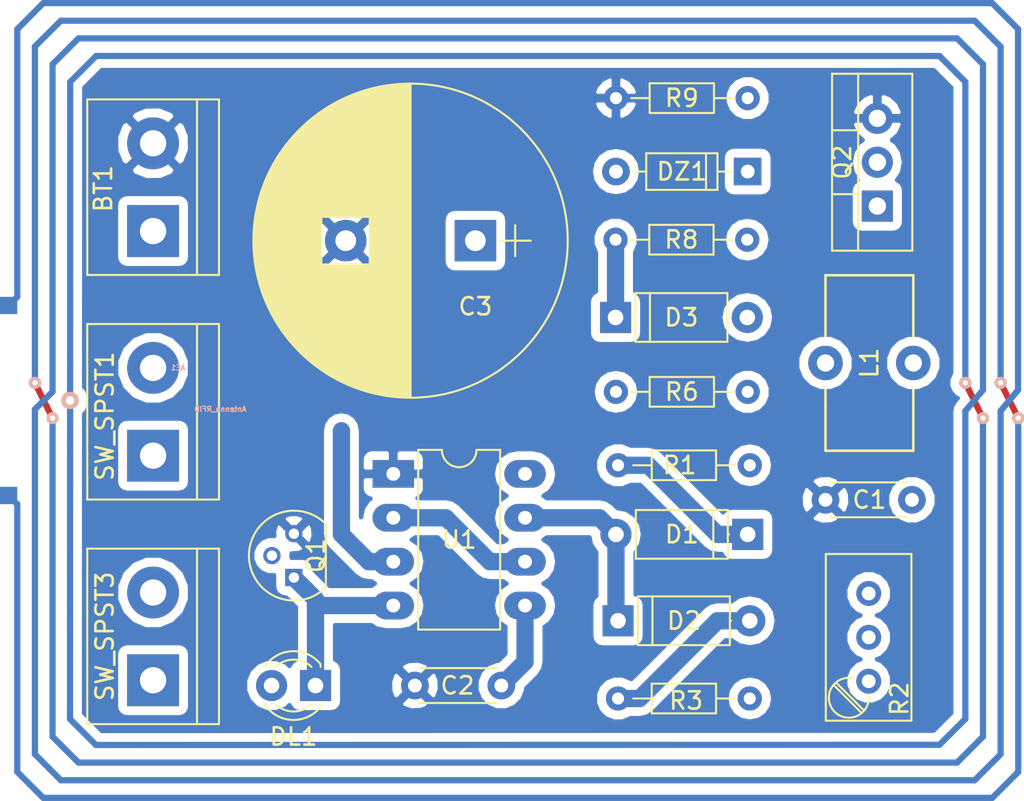
<source format=kicad_pcb>
(kicad_pcb (version 20170123) (host pcbnew no-vcs-found-e2505cb~60~ubuntu14.04.1)

  (general
    (thickness 1.6)
    (drawings 0)
    (tracks 24)
    (zones 0)
    (modules 22)
    (nets 19)
  )

  (page A4)
  (layers
    (0 F.Cu signal)
    (31 B.Cu signal)
    (32 B.Adhes user)
    (33 F.Adhes user)
    (34 B.Paste user)
    (35 F.Paste user)
    (36 B.SilkS user)
    (37 F.SilkS user)
    (38 B.Mask user)
    (39 F.Mask user)
    (40 Dwgs.User user)
    (41 Cmts.User user)
    (42 Eco1.User user)
    (43 Eco2.User user)
    (44 Edge.Cuts user)
    (45 Margin user)
    (46 B.CrtYd user)
    (47 F.CrtYd user)
    (48 B.Fab user)
    (49 F.Fab user hide)
  )

  (setup
    (last_trace_width 1)
    (trace_clearance 0.5)
    (zone_clearance 0.508)
    (zone_45_only yes)
    (trace_min 0.2)
    (segment_width 0.2)
    (edge_width 0.1)
    (via_size 0.8)
    (via_drill 0.4)
    (via_min_size 0.4)
    (via_min_drill 0.3)
    (uvia_size 0.3)
    (uvia_drill 0.1)
    (uvias_allowed no)
    (uvia_min_size 0.2)
    (uvia_min_drill 0.1)
    (pcb_text_width 0.3)
    (pcb_text_size 1.5 1.5)
    (mod_edge_width 0.15)
    (mod_text_size 1 1)
    (mod_text_width 0.15)
    (pad_size 1 1)
    (pad_drill 0.5)
    (pad_to_mask_clearance 0)
    (aux_axis_origin 0 0)
    (grid_origin 136.144 67.056)
    (visible_elements FFFFF77F)
    (pcbplotparams
      (layerselection 0x00030_ffffffff)
      (usegerberextensions false)
      (usegerberattributes true)
      (usegerberadvancedattributes true)
      (creategerberjobfile true)
      (excludeedgelayer true)
      (linewidth 0.100000)
      (plotframeref false)
      (viasonmask false)
      (mode 1)
      (useauxorigin false)
      (hpglpennumber 1)
      (hpglpenspeed 20)
      (hpglpendiameter 15)
      (psnegative false)
      (psa4output false)
      (plotreference true)
      (plotvalue true)
      (plotinvisibletext false)
      (padsonsilk false)
      (subtractmaskfromsilk false)
      (outputformat 1)
      (mirror false)
      (drillshape 0)
      (scaleselection 1)
      (outputdirectory ""))
  )

  (net 0 "")
  (net 1 "Net-(AE1-Pad1)")
  (net 2 GNDPWR)
  (net 3 "Net-(C3-Pad1)")
  (net 4 "Net-(D1-Pad1)")
  (net 5 "Net-(D2-Pad2)")
  (net 6 "Net-(D3-Pad2)")
  (net 7 /VCC)
  (net 8 /THR)
  (net 9 /VDD)
  (net 10 /DIS)
  (net 11 /CV)
  (net 12 "Net-(DL1-Pad2)")
  (net 13 RST)
  (net 14 "Net-(DZ1-Pad2)")
  (net 15 "Net-(DZ1-Pad1)")
  (net 16 OUT)
  (net 17 "Net-(R1-Pad2)")
  (net 18 "Net-(R2-Pad1)")

  (net_class Default "This is the default net class."
    (clearance 0.5)
    (trace_width 1)
    (via_dia 0.8)
    (via_drill 0.4)
    (uvia_dia 0.3)
    (uvia_drill 0.1)
    (add_net /CV)
    (add_net /DIS)
    (add_net /THR)
    (add_net /VCC)
    (add_net /VDD)
    (add_net GNDPWR)
    (add_net "Net-(AE1-Pad1)")
    (add_net "Net-(C3-Pad1)")
    (add_net "Net-(D1-Pad1)")
    (add_net "Net-(D2-Pad2)")
    (add_net "Net-(D3-Pad2)")
    (add_net "Net-(DL1-Pad2)")
    (add_net "Net-(DZ1-Pad1)")
    (add_net "Net-(DZ1-Pad2)")
    (add_net "Net-(R1-Pad2)")
    (add_net "Net-(R2-Pad1)")
    (add_net OUT)
    (add_net RST)
  )

  (module TO_SOT_Packages_THT:TO-220_Vertical (layer F.Cu) (tedit 59B9F403) (tstamp 59BAAFE8)
    (at 191.894 35.056 90)
    (descr "TO-220, Vertical, RM 2.54mm")
    (tags "TO-220 Vertical RM 2.54mm")
    (path /59B66108)
    (fp_text reference Q2 (at 2.54 -2.032 90) (layer F.SilkS)
      (effects (font (size 1 1) (thickness 0.15)))
    )
    (fp_text value "P3NB90 FP" (at 2.54 3.92 90) (layer F.Fab)
      (effects (font (size 1 1) (thickness 0.15)))
    )
    (fp_line (start 7.79 -2.75) (end -2.71 -2.75) (layer F.CrtYd) (width 0.05))
    (fp_line (start 7.79 2.16) (end 7.79 -2.75) (layer F.CrtYd) (width 0.05))
    (fp_line (start -2.71 2.16) (end 7.79 2.16) (layer F.CrtYd) (width 0.05))
    (fp_line (start -2.71 -2.75) (end -2.71 2.16) (layer F.CrtYd) (width 0.05))
    (fp_line (start 4.391 -2.62) (end 4.391 -1.11) (layer F.SilkS) (width 0.12))
    (fp_line (start 0.69 -2.62) (end 0.69 -1.11) (layer F.SilkS) (width 0.12))
    (fp_line (start -2.58 -1.11) (end 7.66 -1.11) (layer F.SilkS) (width 0.12))
    (fp_line (start 7.66 -2.62) (end 7.66 2.021) (layer F.SilkS) (width 0.12))
    (fp_line (start -2.58 -2.62) (end -2.58 2.021) (layer F.SilkS) (width 0.12))
    (fp_line (start -2.58 2.021) (end 7.66 2.021) (layer F.SilkS) (width 0.12))
    (fp_line (start -2.58 -2.62) (end 7.66 -2.62) (layer F.SilkS) (width 0.12))
    (fp_line (start 4.39 -2.5) (end 4.39 -1.23) (layer F.Fab) (width 0.1))
    (fp_line (start 0.69 -2.5) (end 0.69 -1.23) (layer F.Fab) (width 0.1))
    (fp_line (start -2.46 -1.23) (end 7.54 -1.23) (layer F.Fab) (width 0.1))
    (fp_line (start 7.54 -2.5) (end -2.46 -2.5) (layer F.Fab) (width 0.1))
    (fp_line (start 7.54 1.9) (end 7.54 -2.5) (layer F.Fab) (width 0.1))
    (fp_line (start -2.46 1.9) (end 7.54 1.9) (layer F.Fab) (width 0.1))
    (fp_line (start -2.46 -2.5) (end -2.46 1.9) (layer F.Fab) (width 0.1))
    (fp_text user %R (at 2.54 -2.032 90) (layer F.Fab)
      (effects (font (size 1 1) (thickness 0.15)))
    )
    (pad 3 thru_hole oval (at 5.08 0 90) (size 1.8 1.8) (drill 1) (layers *.Cu *.Mask)
      (net 2 GNDPWR))
    (pad 2 thru_hole oval (at 2.54 0 90) (size 1.8 1.8) (drill 1) (layers *.Cu *.Mask)
      (net 6 "Net-(D3-Pad2)"))
    (pad 1 thru_hole rect (at 0 0 90) (size 1.8 1.8) (drill 1) (layers *.Cu *.Mask)
      (net 16 OUT))
    (model ${KISYS3DMOD}/TO_SOT_Packages_THT.3dshapes/TO-220_Vertical.wrl
      (at (xyz 0.1 0 0))
      (scale (xyz 0.393701 0.393701 0.393701))
      (rotate (xyz 0 0 0))
    )
  )

  (module RF_Modules:NFC_ANTENNA2 (layer B.Cu) (tedit 59B9F683) (tstamp 59BAADB9)
    (at 142.144 46.306)
    (path /59B6A130)
    (fp_text reference AE1 (at 9.3 -1.9) (layer B.SilkS)
      (effects (font (size 0.3 0.3) (thickness 0.075)) (justify mirror))
    )
    (fp_text value Antenna_RFID (at 11.75 0.5) (layer B.SilkS)
      (effects (font (size 0.3 0.3) (thickness 0.075)) (justify mirror))
    )
    (fp_line (start 57.89 -21.5) (end 57.89 -0.61) (layer B.Cu) (width 0.36))
    (fp_line (start 57.89 -0.61) (end 56.88 0.61) (layer B.Cu) (width 0.36))
    (fp_line (start 56.88 0.61) (end 56.88 20.48) (layer B.Cu) (width 0.36))
    (fp_line (start 54.84 0.61) (end 54.84 18.43) (layer B.Cu) (width 0.36))
    (fp_line (start 55.86 -19.46) (end 55.86 -0.61) (layer B.Cu) (width 0.36))
    (fp_line (start 55.86 -0.61) (end 54.84 0.61) (layer B.Cu) (width 0.36))
    (fp_line (start 56.88 -20.48) (end 56.88 -1.02) (layer B.Cu) (width 0.36))
    (fp_line (start 57.9 1.02) (end 57.9 21.5) (layer B.Cu) (width 0.36))
    (fp_line (start 55.86 1.02) (end 55.86 19.46) (layer B.Cu) (width 0.36))
    (fp_line (start 54.84 -18.44) (end 54.84 -1.02) (layer B.Cu) (width 0.36))
    (fp_line (start 56.88 -1.02) (end 57.9 1.02) (layer F.Cu) (width 0.36))
    (fp_line (start 54.84 -1.02) (end 55.86 1.02) (layer F.Cu) (width 0.36))
    (fp_line (start 1.02 -1.02) (end 2.04 1.02) (layer F.Cu) (width 0.36))
    (fp_line (start 2.04 1.02) (end 2.04 19.46) (layer B.Cu) (width 0.36))
    (fp_line (start 1.02 -20.49) (end 1.02 -1.02) (layer B.Cu) (width 0.36))
    (fp_line (start 3.06 -18.44) (end 3.05 18.44) (layer B.Cu) (width 0.36))
    (fp_line (start 0 21.5) (end 0 6) (layer B.Cu) (width 0.36))
    (fp_line (start 0 6) (end -0.52 5.49) (layer B.Cu) (width 0.36))
    (fp_line (start 0 -21.49) (end 0 -6) (layer B.Cu) (width 0.36))
    (fp_line (start 0 -6) (end -0.5 -5.5) (layer B.Cu) (width 0.36))
    (fp_line (start 1.02 0.51) (end 1.02 20.47) (layer B.Cu) (width 0.36))
    (fp_line (start 2.04 -19.46) (end 2.04 -0.51) (layer B.Cu) (width 0.36))
    (fp_line (start 1.02 0.51) (end 2.04 -0.51) (layer B.Cu) (width 0.36))
    (fp_line (start 53.34 -19.94) (end 4.56 -19.94) (layer B.Cu) (width 0.36))
    (fp_line (start 53.34 19.93) (end 4.55 19.94) (layer B.Cu) (width 0.36))
    (fp_line (start 4.55 19.94) (end 3.05 18.44) (layer B.Cu) (width 0.36))
    (fp_line (start 3.06 -18.44) (end 4.56 -19.94) (layer B.Cu) (width 0.36))
    (fp_line (start 54.84 -18.44) (end 53.34 -19.94) (layer B.Cu) (width 0.36))
    (fp_line (start 53.34 19.93) (end 54.84 18.43) (layer B.Cu) (width 0.36))
    (fp_line (start 54.36 -20.96) (end 3.54 -20.96) (layer B.Cu) (width 0.36))
    (fp_line (start 2.52 -21.98) (end 55.38 -21.98) (layer B.Cu) (width 0.36))
    (fp_line (start 56.39 -23) (end 1.5 -23) (layer B.Cu) (width 0.36))
    (fp_line (start 1.5 23) (end 56.4 23) (layer B.Cu) (width 0.36))
    (fp_line (start 55.38 21.98) (end 2.52 21.98) (layer B.Cu) (width 0.36))
    (fp_line (start 54.36 20.96) (end 3.54 20.96) (layer B.Cu) (width 0.36))
    (fp_line (start 2.04 -19.46) (end 3.54 -20.96) (layer B.Cu) (width 0.36))
    (fp_line (start 1.02 -20.49) (end 2.52 -21.98) (layer B.Cu) (width 0.36))
    (fp_line (start 55.86 -19.46) (end 54.36 -20.96) (layer B.Cu) (width 0.36))
    (fp_line (start 56.88 -20.48) (end 55.38 -21.98) (layer B.Cu) (width 0.36))
    (fp_line (start 54.36 20.96) (end 55.86 19.46) (layer B.Cu) (width 0.36))
    (fp_line (start 55.38 21.98) (end 56.88 20.48) (layer B.Cu) (width 0.36))
    (fp_line (start 3.54 20.96) (end 2.04 19.46) (layer B.Cu) (width 0.36))
    (fp_line (start 2.52 21.98) (end 1.02 20.47) (layer B.Cu) (width 0.36))
    (fp_line (start 0 -21.49) (end 1.5 -23) (layer B.Cu) (width 0.36))
    (fp_line (start 57.89 -21.5) (end 56.39 -23) (layer B.Cu) (width 0.36))
    (fp_line (start 1.5 23) (end 0 21.5) (layer B.Cu) (width 0.36))
    (fp_line (start 56.4 23) (end 57.9 21.5) (layer B.Cu) (width 0.36))
    (pad 1 smd rect (at -0.5 -5.5) (size 1 1) (layers B.Cu B.Paste B.Mask)
      (net 1 "Net-(AE1-Pad1)"))
    (pad 2 thru_hole circle (at 3.05 0) (size 1 1) (drill 0.5) (layers *.Cu *.Mask B.SilkS))
    (pad 2 smd rect (at -0.5 5.5) (size 1 1) (layers B.Cu B.Paste B.Mask)
      (net 2 GNDPWR))
    (pad "" thru_hole circle (at 1.02 -1.02) (size 0.7 0.7) (drill 0.3) (layers *.Cu *.Mask B.SilkS))
    (pad "" thru_hole circle (at 2.04 1.02) (size 0.7 0.7) (drill 0.3) (layers *.Cu *.Mask B.SilkS))
    (pad "" thru_hole circle (at 54.84 -1.02) (size 0.7 0.7) (drill 0.3) (layers *.Cu *.Mask B.SilkS))
    (pad "" thru_hole circle (at 55.86 1.02) (size 0.7 0.7) (drill 0.3) (layers *.Cu *.Mask B.SilkS))
    (pad "" thru_hole circle (at 56.88 -1.02) (size 0.7 0.7) (drill 0.3) (layers *.Cu *.Mask B.SilkS))
    (pad "" thru_hole circle (at 57.9 1.02) (size 0.7 0.7) (drill 0.3) (layers *.Cu *.Mask B.SilkS))
  )

  (module Connect:bornier2 (layer F.Cu) (tedit 59B9ED31) (tstamp 59BAADCD)
    (at 150 36.5 90)
    (descr "Bornier d'alimentation 2 pins")
    (tags DEV)
    (path /59B5D399)
    (fp_text reference BT1 (at 2.452999 -2.8875 90) (layer F.SilkS)
      (effects (font (size 1 1) (thickness 0.15)))
    )
    (fp_text value Battery9v (at 2.198999 2.9545 90) (layer F.Fab)
      (effects (font (size 1 1) (thickness 0.15)))
    )
    (fp_line (start 7.79 4) (end -2.71 4) (layer F.CrtYd) (width 0.05))
    (fp_line (start 7.79 4) (end 7.79 -4) (layer F.CrtYd) (width 0.05))
    (fp_line (start -2.71 -4) (end -2.71 4) (layer F.CrtYd) (width 0.05))
    (fp_line (start -2.71 -4) (end 7.79 -4) (layer F.CrtYd) (width 0.05))
    (fp_line (start -2.54 3.81) (end 7.62 3.81) (layer F.SilkS) (width 0.12))
    (fp_line (start -2.54 -3.81) (end -2.54 3.81) (layer F.SilkS) (width 0.12))
    (fp_line (start 7.62 -3.81) (end -2.54 -3.81) (layer F.SilkS) (width 0.12))
    (fp_line (start 7.62 3.81) (end 7.62 -3.81) (layer F.SilkS) (width 0.12))
    (fp_line (start 7.62 2.54) (end -2.54 2.54) (layer F.SilkS) (width 0.12))
    (fp_line (start 7.54 -3.75) (end -2.46 -3.75) (layer F.Fab) (width 0.1))
    (fp_line (start 7.54 3.75) (end 7.54 -3.75) (layer F.Fab) (width 0.1))
    (fp_line (start -2.46 3.75) (end 7.54 3.75) (layer F.Fab) (width 0.1))
    (fp_line (start -2.46 -3.75) (end -2.46 3.75) (layer F.Fab) (width 0.1))
    (fp_line (start -2.41 2.55) (end 7.49 2.55) (layer F.Fab) (width 0.1))
    (pad 2 thru_hole circle (at 5.08 0 90) (size 3 3) (drill 1.52) (layers *.Cu *.Mask)
      (net 2 GNDPWR))
    (pad 1 thru_hole rect (at 0 0 90) (size 3 3) (drill 1.52) (layers *.Cu *.Mask)
      (net 7 /VCC))
    (model ${KISYS3DMOD}/Connectors.3dshapes/bornier2.wrl
      (at (xyz 0.09842519685039371 0 0))
      (scale (xyz 1 1 1))
      (rotate (xyz 0 0 0))
    )
  )

  (module Capacitors_ThroughHole:C_Disc_D4.3mm_W1.9mm_P5.00mm (layer F.Cu) (tedit 59B9DA57) (tstamp 59BAADE2)
    (at 188.894 52.056)
    (descr "C, Disc series, Radial, pin pitch=5.00mm, , diameter*width=4.3*1.9mm^2, Capacitor, http://www.vishay.com/docs/45233/krseries.pdf")
    (tags "C Disc series Radial pin pitch 5.00mm  diameter 4.3mm width 1.9mm Capacitor")
    (path /59B618DC)
    (fp_text reference C1 (at 2.54 0) (layer F.SilkS)
      (effects (font (size 1 1) (thickness 0.15)))
    )
    (fp_text value 100nF (at 2.5 2.26) (layer F.Fab)
      (effects (font (size 1 1) (thickness 0.15)))
    )
    (fp_text user %R (at 2.5 0) (layer F.Fab)
      (effects (font (size 1 1) (thickness 0.15)))
    )
    (fp_line (start 6.05 -1.3) (end -1.05 -1.3) (layer F.CrtYd) (width 0.05))
    (fp_line (start 6.05 1.3) (end 6.05 -1.3) (layer F.CrtYd) (width 0.05))
    (fp_line (start -1.05 1.3) (end 6.05 1.3) (layer F.CrtYd) (width 0.05))
    (fp_line (start -1.05 -1.3) (end -1.05 1.3) (layer F.CrtYd) (width 0.05))
    (fp_line (start 4.71 0.996) (end 4.71 1.01) (layer F.SilkS) (width 0.12))
    (fp_line (start 4.71 -1.01) (end 4.71 -0.996) (layer F.SilkS) (width 0.12))
    (fp_line (start 0.29 0.996) (end 0.29 1.01) (layer F.SilkS) (width 0.12))
    (fp_line (start 0.29 -1.01) (end 0.29 -0.996) (layer F.SilkS) (width 0.12))
    (fp_line (start 0.29 1.01) (end 4.71 1.01) (layer F.SilkS) (width 0.12))
    (fp_line (start 0.29 -1.01) (end 4.71 -1.01) (layer F.SilkS) (width 0.12))
    (fp_line (start 4.65 -0.95) (end 0.35 -0.95) (layer F.Fab) (width 0.1))
    (fp_line (start 4.65 0.95) (end 4.65 -0.95) (layer F.Fab) (width 0.1))
    (fp_line (start 0.35 0.95) (end 4.65 0.95) (layer F.Fab) (width 0.1))
    (fp_line (start 0.35 -0.95) (end 0.35 0.95) (layer F.Fab) (width 0.1))
    (pad 2 thru_hole circle (at 5 0) (size 1.6 1.6) (drill 0.8) (layers *.Cu *.Mask)
      (net 8 /THR))
    (pad 1 thru_hole circle (at 0 0) (size 1.6 1.6) (drill 0.8) (layers *.Cu *.Mask)
      (net 2 GNDPWR))
    (model ${KISYS3DMOD}/Capacitors_THT.3dshapes/C_Disc_D4.3mm_W1.9mm_P5.00mm.wrl
      (at (xyz 0 0 0))
      (scale (xyz 1 1 1))
      (rotate (xyz 0 0 0))
    )
  )

  (module Capacitors_ThroughHole:C_Disc_D4.3mm_W1.9mm_P5.00mm (layer F.Cu) (tedit 59B9DA5D) (tstamp 59BAADF7)
    (at 170.144 62.806 180)
    (descr "C, Disc series, Radial, pin pitch=5.00mm, , diameter*width=4.3*1.9mm^2, Capacitor, http://www.vishay.com/docs/45233/krseries.pdf")
    (tags "C Disc series Radial pin pitch 5.00mm  diameter 4.3mm width 1.9mm Capacitor")
    (path /59BA0062)
    (fp_text reference C2 (at 2.54 0 180) (layer F.SilkS)
      (effects (font (size 1 1) (thickness 0.15)))
    )
    (fp_text value 10nF (at 2.5 2.26 180) (layer F.Fab)
      (effects (font (size 1 1) (thickness 0.15)))
    )
    (fp_line (start 0.35 -0.95) (end 0.35 0.95) (layer F.Fab) (width 0.1))
    (fp_line (start 0.35 0.95) (end 4.65 0.95) (layer F.Fab) (width 0.1))
    (fp_line (start 4.65 0.95) (end 4.65 -0.95) (layer F.Fab) (width 0.1))
    (fp_line (start 4.65 -0.95) (end 0.35 -0.95) (layer F.Fab) (width 0.1))
    (fp_line (start 0.29 -1.01) (end 4.71 -1.01) (layer F.SilkS) (width 0.12))
    (fp_line (start 0.29 1.01) (end 4.71 1.01) (layer F.SilkS) (width 0.12))
    (fp_line (start 0.29 -1.01) (end 0.29 -0.996) (layer F.SilkS) (width 0.12))
    (fp_line (start 0.29 0.996) (end 0.29 1.01) (layer F.SilkS) (width 0.12))
    (fp_line (start 4.71 -1.01) (end 4.71 -0.996) (layer F.SilkS) (width 0.12))
    (fp_line (start 4.71 0.996) (end 4.71 1.01) (layer F.SilkS) (width 0.12))
    (fp_line (start -1.05 -1.3) (end -1.05 1.3) (layer F.CrtYd) (width 0.05))
    (fp_line (start -1.05 1.3) (end 6.05 1.3) (layer F.CrtYd) (width 0.05))
    (fp_line (start 6.05 1.3) (end 6.05 -1.3) (layer F.CrtYd) (width 0.05))
    (fp_line (start 6.05 -1.3) (end -1.05 -1.3) (layer F.CrtYd) (width 0.05))
    (fp_text user %R (at 2.5 0 180) (layer F.Fab)
      (effects (font (size 1 1) (thickness 0.15)))
    )
    (pad 1 thru_hole circle (at 0 0 180) (size 1.6 1.6) (drill 0.8) (layers *.Cu *.Mask)
      (net 11 /CV))
    (pad 2 thru_hole circle (at 5 0 180) (size 1.6 1.6) (drill 0.8) (layers *.Cu *.Mask)
      (net 2 GNDPWR))
    (model ${KISYS3DMOD}/Capacitors_THT.3dshapes/C_Disc_D4.3mm_W1.9mm_P5.00mm.wrl
      (at (xyz 0 0 0))
      (scale (xyz 1 1 1))
      (rotate (xyz 0 0 0))
    )
  )

  (module Capacitors_ThroughHole:CP_Radial_D18.0mm_P7.50mm (layer F.Cu) (tedit 59B9ED84) (tstamp 59BAAF31)
    (at 168.644 37.056 180)
    (descr "CP, Radial series, Radial, pin pitch=7.50mm, , diameter=18mm, Electrolytic Capacitor")
    (tags "CP Radial series Radial pin pitch 7.50mm  diameter 18mm Electrolytic Capacitor")
    (path /59B65695)
    (fp_text reference C3 (at 0 -3.81 180) (layer F.SilkS)
      (effects (font (size 1 1) (thickness 0.15)))
    )
    (fp_text value "120uF 400v" (at 3.048 0 -90) (layer F.Fab)
      (effects (font (size 1 1) (thickness 0.15)))
    )
    (fp_text user %R (at 0 -3.81 180) (layer F.Fab)
      (effects (font (size 1 1) (thickness 0.15)))
    )
    (fp_line (start 13.1 -9.35) (end -5.6 -9.35) (layer F.CrtYd) (width 0.05))
    (fp_line (start 13.1 9.35) (end 13.1 -9.35) (layer F.CrtYd) (width 0.05))
    (fp_line (start -5.6 9.35) (end 13.1 9.35) (layer F.CrtYd) (width 0.05))
    (fp_line (start -5.6 -9.35) (end -5.6 9.35) (layer F.CrtYd) (width 0.05))
    (fp_line (start -2.3 -0.9) (end -2.3 0.9) (layer F.SilkS) (width 0.12))
    (fp_line (start -3.2 0) (end -1.4 0) (layer F.SilkS) (width 0.12))
    (fp_line (start 12.83 -0.387) (end 12.83 0.387) (layer F.SilkS) (width 0.12))
    (fp_line (start 12.79 -0.913) (end 12.79 0.913) (layer F.SilkS) (width 0.12))
    (fp_line (start 12.75 -1.236) (end 12.75 1.236) (layer F.SilkS) (width 0.12))
    (fp_line (start 12.71 -1.492) (end 12.71 1.492) (layer F.SilkS) (width 0.12))
    (fp_line (start 12.67 -1.71) (end 12.67 1.71) (layer F.SilkS) (width 0.12))
    (fp_line (start 12.63 -1.903) (end 12.63 1.903) (layer F.SilkS) (width 0.12))
    (fp_line (start 12.59 -2.078) (end 12.59 2.078) (layer F.SilkS) (width 0.12))
    (fp_line (start 12.55 -2.238) (end 12.55 2.238) (layer F.SilkS) (width 0.12))
    (fp_line (start 12.51 -2.388) (end 12.51 2.388) (layer F.SilkS) (width 0.12))
    (fp_line (start 12.47 -2.528) (end 12.47 2.528) (layer F.SilkS) (width 0.12))
    (fp_line (start 12.43 -2.66) (end 12.43 2.66) (layer F.SilkS) (width 0.12))
    (fp_line (start 12.39 -2.785) (end 12.39 2.785) (layer F.SilkS) (width 0.12))
    (fp_line (start 12.35 -2.905) (end 12.35 2.905) (layer F.SilkS) (width 0.12))
    (fp_line (start 12.31 -3.019) (end 12.31 3.019) (layer F.SilkS) (width 0.12))
    (fp_line (start 12.27 -3.129) (end 12.27 3.129) (layer F.SilkS) (width 0.12))
    (fp_line (start 12.23 -3.234) (end 12.23 3.234) (layer F.SilkS) (width 0.12))
    (fp_line (start 12.19 -3.336) (end 12.19 3.336) (layer F.SilkS) (width 0.12))
    (fp_line (start 12.15 -3.434) (end 12.15 3.434) (layer F.SilkS) (width 0.12))
    (fp_line (start 12.11 -3.53) (end 12.11 3.53) (layer F.SilkS) (width 0.12))
    (fp_line (start 12.07 -3.622) (end 12.07 3.622) (layer F.SilkS) (width 0.12))
    (fp_line (start 12.03 -3.711) (end 12.03 3.711) (layer F.SilkS) (width 0.12))
    (fp_line (start 11.99 -3.799) (end 11.99 3.799) (layer F.SilkS) (width 0.12))
    (fp_line (start 11.95 -3.883) (end 11.95 3.883) (layer F.SilkS) (width 0.12))
    (fp_line (start 11.911 -3.966) (end 11.911 3.966) (layer F.SilkS) (width 0.12))
    (fp_line (start 11.871 -4.046) (end 11.871 4.046) (layer F.SilkS) (width 0.12))
    (fp_line (start 11.831 -4.125) (end 11.831 4.125) (layer F.SilkS) (width 0.12))
    (fp_line (start 11.791 -4.202) (end 11.791 4.202) (layer F.SilkS) (width 0.12))
    (fp_line (start 11.751 -4.277) (end 11.751 4.277) (layer F.SilkS) (width 0.12))
    (fp_line (start 11.711 -4.35) (end 11.711 4.35) (layer F.SilkS) (width 0.12))
    (fp_line (start 11.671 -4.422) (end 11.671 4.422) (layer F.SilkS) (width 0.12))
    (fp_line (start 11.631 -4.492) (end 11.631 4.492) (layer F.SilkS) (width 0.12))
    (fp_line (start 11.591 -4.561) (end 11.591 4.561) (layer F.SilkS) (width 0.12))
    (fp_line (start 11.551 -4.628) (end 11.551 4.628) (layer F.SilkS) (width 0.12))
    (fp_line (start 11.511 -4.694) (end 11.511 4.694) (layer F.SilkS) (width 0.12))
    (fp_line (start 11.471 -4.759) (end 11.471 4.759) (layer F.SilkS) (width 0.12))
    (fp_line (start 11.431 -4.823) (end 11.431 4.823) (layer F.SilkS) (width 0.12))
    (fp_line (start 11.391 -4.886) (end 11.391 4.886) (layer F.SilkS) (width 0.12))
    (fp_line (start 11.351 -4.947) (end 11.351 4.947) (layer F.SilkS) (width 0.12))
    (fp_line (start 11.311 -5.008) (end 11.311 5.008) (layer F.SilkS) (width 0.12))
    (fp_line (start 11.271 -5.067) (end 11.271 5.067) (layer F.SilkS) (width 0.12))
    (fp_line (start 11.231 -5.126) (end 11.231 5.126) (layer F.SilkS) (width 0.12))
    (fp_line (start 11.191 -5.183) (end 11.191 5.183) (layer F.SilkS) (width 0.12))
    (fp_line (start 11.151 -5.24) (end 11.151 5.24) (layer F.SilkS) (width 0.12))
    (fp_line (start 11.111 -5.295) (end 11.111 5.295) (layer F.SilkS) (width 0.12))
    (fp_line (start 11.071 -5.35) (end 11.071 5.35) (layer F.SilkS) (width 0.12))
    (fp_line (start 11.031 -5.404) (end 11.031 5.404) (layer F.SilkS) (width 0.12))
    (fp_line (start 10.991 -5.457) (end 10.991 5.457) (layer F.SilkS) (width 0.12))
    (fp_line (start 10.951 -5.509) (end 10.951 5.509) (layer F.SilkS) (width 0.12))
    (fp_line (start 10.911 -5.561) (end 10.911 5.561) (layer F.SilkS) (width 0.12))
    (fp_line (start 10.871 -5.611) (end 10.871 5.611) (layer F.SilkS) (width 0.12))
    (fp_line (start 10.831 -5.662) (end 10.831 5.662) (layer F.SilkS) (width 0.12))
    (fp_line (start 10.791 -5.711) (end 10.791 5.711) (layer F.SilkS) (width 0.12))
    (fp_line (start 10.751 -5.759) (end 10.751 5.759) (layer F.SilkS) (width 0.12))
    (fp_line (start 10.711 -5.807) (end 10.711 5.807) (layer F.SilkS) (width 0.12))
    (fp_line (start 10.671 -5.855) (end 10.671 5.855) (layer F.SilkS) (width 0.12))
    (fp_line (start 10.631 -5.901) (end 10.631 5.901) (layer F.SilkS) (width 0.12))
    (fp_line (start 10.591 -5.947) (end 10.591 5.947) (layer F.SilkS) (width 0.12))
    (fp_line (start 10.551 -5.993) (end 10.551 5.993) (layer F.SilkS) (width 0.12))
    (fp_line (start 10.511 -6.038) (end 10.511 6.038) (layer F.SilkS) (width 0.12))
    (fp_line (start 10.471 -6.082) (end 10.471 6.082) (layer F.SilkS) (width 0.12))
    (fp_line (start 10.431 -6.125) (end 10.431 6.125) (layer F.SilkS) (width 0.12))
    (fp_line (start 10.391 -6.168) (end 10.391 6.168) (layer F.SilkS) (width 0.12))
    (fp_line (start 10.351 -6.211) (end 10.351 6.211) (layer F.SilkS) (width 0.12))
    (fp_line (start 10.311 -6.253) (end 10.311 6.253) (layer F.SilkS) (width 0.12))
    (fp_line (start 10.271 -6.294) (end 10.271 6.294) (layer F.SilkS) (width 0.12))
    (fp_line (start 10.231 -6.335) (end 10.231 6.335) (layer F.SilkS) (width 0.12))
    (fp_line (start 10.191 -6.376) (end 10.191 6.376) (layer F.SilkS) (width 0.12))
    (fp_line (start 10.151 -6.416) (end 10.151 6.416) (layer F.SilkS) (width 0.12))
    (fp_line (start 10.111 -6.455) (end 10.111 6.455) (layer F.SilkS) (width 0.12))
    (fp_line (start 10.071 -6.494) (end 10.071 6.494) (layer F.SilkS) (width 0.12))
    (fp_line (start 10.031 -6.532) (end 10.031 6.532) (layer F.SilkS) (width 0.12))
    (fp_line (start 9.991 -6.57) (end 9.991 6.57) (layer F.SilkS) (width 0.12))
    (fp_line (start 9.951 -6.608) (end 9.951 6.608) (layer F.SilkS) (width 0.12))
    (fp_line (start 9.911 -6.645) (end 9.911 6.645) (layer F.SilkS) (width 0.12))
    (fp_line (start 9.871 -6.682) (end 9.871 6.682) (layer F.SilkS) (width 0.12))
    (fp_line (start 9.831 -6.718) (end 9.831 6.718) (layer F.SilkS) (width 0.12))
    (fp_line (start 9.791 -6.754) (end 9.791 6.754) (layer F.SilkS) (width 0.12))
    (fp_line (start 9.751 -6.789) (end 9.751 6.789) (layer F.SilkS) (width 0.12))
    (fp_line (start 9.711 -6.824) (end 9.711 6.824) (layer F.SilkS) (width 0.12))
    (fp_line (start 9.671 -6.858) (end 9.671 6.858) (layer F.SilkS) (width 0.12))
    (fp_line (start 9.631 -6.893) (end 9.631 6.893) (layer F.SilkS) (width 0.12))
    (fp_line (start 9.591 -6.926) (end 9.591 6.926) (layer F.SilkS) (width 0.12))
    (fp_line (start 9.551 -6.96) (end 9.551 6.96) (layer F.SilkS) (width 0.12))
    (fp_line (start 9.511 -6.993) (end 9.511 6.993) (layer F.SilkS) (width 0.12))
    (fp_line (start 9.471 -7.025) (end 9.471 7.025) (layer F.SilkS) (width 0.12))
    (fp_line (start 9.431 -7.057) (end 9.431 7.057) (layer F.SilkS) (width 0.12))
    (fp_line (start 9.391 -7.089) (end 9.391 7.089) (layer F.SilkS) (width 0.12))
    (fp_line (start 9.351 -7.121) (end 9.351 7.121) (layer F.SilkS) (width 0.12))
    (fp_line (start 9.311 -7.152) (end 9.311 7.152) (layer F.SilkS) (width 0.12))
    (fp_line (start 9.271 -7.183) (end 9.271 7.183) (layer F.SilkS) (width 0.12))
    (fp_line (start 9.231 -7.213) (end 9.231 7.213) (layer F.SilkS) (width 0.12))
    (fp_line (start 9.191 -7.243) (end 9.191 7.243) (layer F.SilkS) (width 0.12))
    (fp_line (start 9.151 -7.273) (end 9.151 7.273) (layer F.SilkS) (width 0.12))
    (fp_line (start 9.111 -7.302) (end 9.111 7.302) (layer F.SilkS) (width 0.12))
    (fp_line (start 9.071 -7.331) (end 9.071 7.331) (layer F.SilkS) (width 0.12))
    (fp_line (start 9.031 -7.36) (end 9.031 7.36) (layer F.SilkS) (width 0.12))
    (fp_line (start 8.991 -7.388) (end 8.991 7.388) (layer F.SilkS) (width 0.12))
    (fp_line (start 8.951 -7.416) (end 8.951 7.416) (layer F.SilkS) (width 0.12))
    (fp_line (start 8.911 -7.444) (end 8.911 7.444) (layer F.SilkS) (width 0.12))
    (fp_line (start 8.871 1.38) (end 8.871 7.471) (layer F.SilkS) (width 0.12))
    (fp_line (start 8.871 -7.471) (end 8.871 -1.38) (layer F.SilkS) (width 0.12))
    (fp_line (start 8.831 1.38) (end 8.831 7.499) (layer F.SilkS) (width 0.12))
    (fp_line (start 8.831 -7.499) (end 8.831 -1.38) (layer F.SilkS) (width 0.12))
    (fp_line (start 8.791 1.38) (end 8.791 7.525) (layer F.SilkS) (width 0.12))
    (fp_line (start 8.791 -7.525) (end 8.791 -1.38) (layer F.SilkS) (width 0.12))
    (fp_line (start 8.751 1.38) (end 8.751 7.552) (layer F.SilkS) (width 0.12))
    (fp_line (start 8.751 -7.552) (end 8.751 -1.38) (layer F.SilkS) (width 0.12))
    (fp_line (start 8.711 1.38) (end 8.711 7.578) (layer F.SilkS) (width 0.12))
    (fp_line (start 8.711 -7.578) (end 8.711 -1.38) (layer F.SilkS) (width 0.12))
    (fp_line (start 8.671 1.38) (end 8.671 7.604) (layer F.SilkS) (width 0.12))
    (fp_line (start 8.671 -7.604) (end 8.671 -1.38) (layer F.SilkS) (width 0.12))
    (fp_line (start 8.631 1.38) (end 8.631 7.63) (layer F.SilkS) (width 0.12))
    (fp_line (start 8.631 -7.63) (end 8.631 -1.38) (layer F.SilkS) (width 0.12))
    (fp_line (start 8.591 1.38) (end 8.591 7.655) (layer F.SilkS) (width 0.12))
    (fp_line (start 8.591 -7.655) (end 8.591 -1.38) (layer F.SilkS) (width 0.12))
    (fp_line (start 8.551 1.38) (end 8.551 7.68) (layer F.SilkS) (width 0.12))
    (fp_line (start 8.551 -7.68) (end 8.551 -1.38) (layer F.SilkS) (width 0.12))
    (fp_line (start 8.511 1.38) (end 8.511 7.705) (layer F.SilkS) (width 0.12))
    (fp_line (start 8.511 -7.705) (end 8.511 -1.38) (layer F.SilkS) (width 0.12))
    (fp_line (start 8.471 1.38) (end 8.471 7.729) (layer F.SilkS) (width 0.12))
    (fp_line (start 8.471 -7.729) (end 8.471 -1.38) (layer F.SilkS) (width 0.12))
    (fp_line (start 8.431 1.38) (end 8.431 7.753) (layer F.SilkS) (width 0.12))
    (fp_line (start 8.431 -7.753) (end 8.431 -1.38) (layer F.SilkS) (width 0.12))
    (fp_line (start 8.391 1.38) (end 8.391 7.777) (layer F.SilkS) (width 0.12))
    (fp_line (start 8.391 -7.777) (end 8.391 -1.38) (layer F.SilkS) (width 0.12))
    (fp_line (start 8.351 1.38) (end 8.351 7.801) (layer F.SilkS) (width 0.12))
    (fp_line (start 8.351 -7.801) (end 8.351 -1.38) (layer F.SilkS) (width 0.12))
    (fp_line (start 8.311 1.38) (end 8.311 7.824) (layer F.SilkS) (width 0.12))
    (fp_line (start 8.311 -7.824) (end 8.311 -1.38) (layer F.SilkS) (width 0.12))
    (fp_line (start 8.271 1.38) (end 8.271 7.847) (layer F.SilkS) (width 0.12))
    (fp_line (start 8.271 -7.847) (end 8.271 -1.38) (layer F.SilkS) (width 0.12))
    (fp_line (start 8.231 1.38) (end 8.231 7.87) (layer F.SilkS) (width 0.12))
    (fp_line (start 8.231 -7.87) (end 8.231 -1.38) (layer F.SilkS) (width 0.12))
    (fp_line (start 8.191 1.38) (end 8.191 7.892) (layer F.SilkS) (width 0.12))
    (fp_line (start 8.191 -7.892) (end 8.191 -1.38) (layer F.SilkS) (width 0.12))
    (fp_line (start 8.151 1.38) (end 8.151 7.915) (layer F.SilkS) (width 0.12))
    (fp_line (start 8.151 -7.915) (end 8.151 -1.38) (layer F.SilkS) (width 0.12))
    (fp_line (start 8.111 1.38) (end 8.111 7.937) (layer F.SilkS) (width 0.12))
    (fp_line (start 8.111 -7.937) (end 8.111 -1.38) (layer F.SilkS) (width 0.12))
    (fp_line (start 8.071 1.38) (end 8.071 7.958) (layer F.SilkS) (width 0.12))
    (fp_line (start 8.071 -7.958) (end 8.071 -1.38) (layer F.SilkS) (width 0.12))
    (fp_line (start 8.031 1.38) (end 8.031 7.98) (layer F.SilkS) (width 0.12))
    (fp_line (start 8.031 -7.98) (end 8.031 -1.38) (layer F.SilkS) (width 0.12))
    (fp_line (start 7.991 1.38) (end 7.991 8.001) (layer F.SilkS) (width 0.12))
    (fp_line (start 7.991 -8.001) (end 7.991 -1.38) (layer F.SilkS) (width 0.12))
    (fp_line (start 7.951 1.38) (end 7.951 8.022) (layer F.SilkS) (width 0.12))
    (fp_line (start 7.951 -8.022) (end 7.951 -1.38) (layer F.SilkS) (width 0.12))
    (fp_line (start 7.911 1.38) (end 7.911 8.043) (layer F.SilkS) (width 0.12))
    (fp_line (start 7.911 -8.043) (end 7.911 -1.38) (layer F.SilkS) (width 0.12))
    (fp_line (start 7.871 1.38) (end 7.871 8.063) (layer F.SilkS) (width 0.12))
    (fp_line (start 7.871 -8.063) (end 7.871 -1.38) (layer F.SilkS) (width 0.12))
    (fp_line (start 7.831 1.38) (end 7.831 8.083) (layer F.SilkS) (width 0.12))
    (fp_line (start 7.831 -8.083) (end 7.831 -1.38) (layer F.SilkS) (width 0.12))
    (fp_line (start 7.791 1.38) (end 7.791 8.103) (layer F.SilkS) (width 0.12))
    (fp_line (start 7.791 -8.103) (end 7.791 -1.38) (layer F.SilkS) (width 0.12))
    (fp_line (start 7.751 1.38) (end 7.751 8.123) (layer F.SilkS) (width 0.12))
    (fp_line (start 7.751 -8.123) (end 7.751 -1.38) (layer F.SilkS) (width 0.12))
    (fp_line (start 7.711 1.38) (end 7.711 8.143) (layer F.SilkS) (width 0.12))
    (fp_line (start 7.711 -8.143) (end 7.711 -1.38) (layer F.SilkS) (width 0.12))
    (fp_line (start 7.671 1.38) (end 7.671 8.162) (layer F.SilkS) (width 0.12))
    (fp_line (start 7.671 -8.162) (end 7.671 -1.38) (layer F.SilkS) (width 0.12))
    (fp_line (start 7.631 1.38) (end 7.631 8.181) (layer F.SilkS) (width 0.12))
    (fp_line (start 7.631 -8.181) (end 7.631 -1.38) (layer F.SilkS) (width 0.12))
    (fp_line (start 7.591 1.38) (end 7.591 8.2) (layer F.SilkS) (width 0.12))
    (fp_line (start 7.591 -8.2) (end 7.591 -1.38) (layer F.SilkS) (width 0.12))
    (fp_line (start 7.551 1.38) (end 7.551 8.218) (layer F.SilkS) (width 0.12))
    (fp_line (start 7.551 -8.218) (end 7.551 -1.38) (layer F.SilkS) (width 0.12))
    (fp_line (start 7.511 1.38) (end 7.511 8.236) (layer F.SilkS) (width 0.12))
    (fp_line (start 7.511 -8.236) (end 7.511 -1.38) (layer F.SilkS) (width 0.12))
    (fp_line (start 7.471 1.38) (end 7.471 8.254) (layer F.SilkS) (width 0.12))
    (fp_line (start 7.471 -8.254) (end 7.471 -1.38) (layer F.SilkS) (width 0.12))
    (fp_line (start 7.431 1.38) (end 7.431 8.272) (layer F.SilkS) (width 0.12))
    (fp_line (start 7.431 -8.272) (end 7.431 -1.38) (layer F.SilkS) (width 0.12))
    (fp_line (start 7.391 1.38) (end 7.391 8.29) (layer F.SilkS) (width 0.12))
    (fp_line (start 7.391 -8.29) (end 7.391 -1.38) (layer F.SilkS) (width 0.12))
    (fp_line (start 7.351 1.38) (end 7.351 8.307) (layer F.SilkS) (width 0.12))
    (fp_line (start 7.351 -8.307) (end 7.351 -1.38) (layer F.SilkS) (width 0.12))
    (fp_line (start 7.311 1.38) (end 7.311 8.324) (layer F.SilkS) (width 0.12))
    (fp_line (start 7.311 -8.324) (end 7.311 -1.38) (layer F.SilkS) (width 0.12))
    (fp_line (start 7.271 1.38) (end 7.271 8.341) (layer F.SilkS) (width 0.12))
    (fp_line (start 7.271 -8.341) (end 7.271 -1.38) (layer F.SilkS) (width 0.12))
    (fp_line (start 7.231 1.38) (end 7.231 8.358) (layer F.SilkS) (width 0.12))
    (fp_line (start 7.231 -8.358) (end 7.231 -1.38) (layer F.SilkS) (width 0.12))
    (fp_line (start 7.191 1.38) (end 7.191 8.374) (layer F.SilkS) (width 0.12))
    (fp_line (start 7.191 -8.374) (end 7.191 -1.38) (layer F.SilkS) (width 0.12))
    (fp_line (start 7.151 1.38) (end 7.151 8.391) (layer F.SilkS) (width 0.12))
    (fp_line (start 7.151 -8.391) (end 7.151 -1.38) (layer F.SilkS) (width 0.12))
    (fp_line (start 7.111 1.38) (end 7.111 8.407) (layer F.SilkS) (width 0.12))
    (fp_line (start 7.111 -8.407) (end 7.111 -1.38) (layer F.SilkS) (width 0.12))
    (fp_line (start 7.071 1.38) (end 7.071 8.423) (layer F.SilkS) (width 0.12))
    (fp_line (start 7.071 -8.423) (end 7.071 -1.38) (layer F.SilkS) (width 0.12))
    (fp_line (start 7.031 1.38) (end 7.031 8.438) (layer F.SilkS) (width 0.12))
    (fp_line (start 7.031 -8.438) (end 7.031 -1.38) (layer F.SilkS) (width 0.12))
    (fp_line (start 6.991 1.38) (end 6.991 8.453) (layer F.SilkS) (width 0.12))
    (fp_line (start 6.991 -8.453) (end 6.991 -1.38) (layer F.SilkS) (width 0.12))
    (fp_line (start 6.951 1.38) (end 6.951 8.469) (layer F.SilkS) (width 0.12))
    (fp_line (start 6.951 -8.469) (end 6.951 -1.38) (layer F.SilkS) (width 0.12))
    (fp_line (start 6.911 1.38) (end 6.911 8.484) (layer F.SilkS) (width 0.12))
    (fp_line (start 6.911 -8.484) (end 6.911 -1.38) (layer F.SilkS) (width 0.12))
    (fp_line (start 6.871 1.38) (end 6.871 8.498) (layer F.SilkS) (width 0.12))
    (fp_line (start 6.871 -8.498) (end 6.871 -1.38) (layer F.SilkS) (width 0.12))
    (fp_line (start 6.831 1.38) (end 6.831 8.513) (layer F.SilkS) (width 0.12))
    (fp_line (start 6.831 -8.513) (end 6.831 -1.38) (layer F.SilkS) (width 0.12))
    (fp_line (start 6.791 1.38) (end 6.791 8.527) (layer F.SilkS) (width 0.12))
    (fp_line (start 6.791 -8.527) (end 6.791 -1.38) (layer F.SilkS) (width 0.12))
    (fp_line (start 6.751 1.38) (end 6.751 8.541) (layer F.SilkS) (width 0.12))
    (fp_line (start 6.751 -8.541) (end 6.751 -1.38) (layer F.SilkS) (width 0.12))
    (fp_line (start 6.711 1.38) (end 6.711 8.555) (layer F.SilkS) (width 0.12))
    (fp_line (start 6.711 -8.555) (end 6.711 -1.38) (layer F.SilkS) (width 0.12))
    (fp_line (start 6.671 1.38) (end 6.671 8.569) (layer F.SilkS) (width 0.12))
    (fp_line (start 6.671 -8.569) (end 6.671 -1.38) (layer F.SilkS) (width 0.12))
    (fp_line (start 6.631 1.38) (end 6.631 8.582) (layer F.SilkS) (width 0.12))
    (fp_line (start 6.631 -8.582) (end 6.631 -1.38) (layer F.SilkS) (width 0.12))
    (fp_line (start 6.591 1.38) (end 6.591 8.595) (layer F.SilkS) (width 0.12))
    (fp_line (start 6.591 -8.595) (end 6.591 -1.38) (layer F.SilkS) (width 0.12))
    (fp_line (start 6.551 1.38) (end 6.551 8.609) (layer F.SilkS) (width 0.12))
    (fp_line (start 6.551 -8.609) (end 6.551 -1.38) (layer F.SilkS) (width 0.12))
    (fp_line (start 6.511 1.38) (end 6.511 8.621) (layer F.SilkS) (width 0.12))
    (fp_line (start 6.511 -8.621) (end 6.511 -1.38) (layer F.SilkS) (width 0.12))
    (fp_line (start 6.471 1.38) (end 6.471 8.634) (layer F.SilkS) (width 0.12))
    (fp_line (start 6.471 -8.634) (end 6.471 -1.38) (layer F.SilkS) (width 0.12))
    (fp_line (start 6.431 1.38) (end 6.431 8.646) (layer F.SilkS) (width 0.12))
    (fp_line (start 6.431 -8.646) (end 6.431 -1.38) (layer F.SilkS) (width 0.12))
    (fp_line (start 6.391 1.38) (end 6.391 8.659) (layer F.SilkS) (width 0.12))
    (fp_line (start 6.391 -8.659) (end 6.391 -1.38) (layer F.SilkS) (width 0.12))
    (fp_line (start 6.351 1.38) (end 6.351 8.671) (layer F.SilkS) (width 0.12))
    (fp_line (start 6.351 -8.671) (end 6.351 -1.38) (layer F.SilkS) (width 0.12))
    (fp_line (start 6.311 1.38) (end 6.311 8.683) (layer F.SilkS) (width 0.12))
    (fp_line (start 6.311 -8.683) (end 6.311 -1.38) (layer F.SilkS) (width 0.12))
    (fp_line (start 6.271 1.38) (end 6.271 8.694) (layer F.SilkS) (width 0.12))
    (fp_line (start 6.271 -8.694) (end 6.271 -1.38) (layer F.SilkS) (width 0.12))
    (fp_line (start 6.231 1.38) (end 6.231 8.706) (layer F.SilkS) (width 0.12))
    (fp_line (start 6.231 -8.706) (end 6.231 -1.38) (layer F.SilkS) (width 0.12))
    (fp_line (start 6.191 1.38) (end 6.191 8.717) (layer F.SilkS) (width 0.12))
    (fp_line (start 6.191 -8.717) (end 6.191 -1.38) (layer F.SilkS) (width 0.12))
    (fp_line (start 6.151 1.38) (end 6.151 8.728) (layer F.SilkS) (width 0.12))
    (fp_line (start 6.151 -8.728) (end 6.151 -1.38) (layer F.SilkS) (width 0.12))
    (fp_line (start 6.111 -8.739) (end 6.111 8.739) (layer F.SilkS) (width 0.12))
    (fp_line (start 6.071 -8.749) (end 6.071 8.749) (layer F.SilkS) (width 0.12))
    (fp_line (start 6.031 -8.76) (end 6.031 8.76) (layer F.SilkS) (width 0.12))
    (fp_line (start 5.991 -8.77) (end 5.991 8.77) (layer F.SilkS) (width 0.12))
    (fp_line (start 5.951 -8.78) (end 5.951 8.78) (layer F.SilkS) (width 0.12))
    (fp_line (start 5.911 -8.79) (end 5.911 8.79) (layer F.SilkS) (width 0.12))
    (fp_line (start 5.871 -8.8) (end 5.871 8.8) (layer F.SilkS) (width 0.12))
    (fp_line (start 5.831 -8.809) (end 5.831 8.809) (layer F.SilkS) (width 0.12))
    (fp_line (start 5.791 -8.819) (end 5.791 8.819) (layer F.SilkS) (width 0.12))
    (fp_line (start 5.751 -8.828) (end 5.751 8.828) (layer F.SilkS) (width 0.12))
    (fp_line (start 5.711 -8.837) (end 5.711 8.837) (layer F.SilkS) (width 0.12))
    (fp_line (start 5.671 -8.845) (end 5.671 8.845) (layer F.SilkS) (width 0.12))
    (fp_line (start 5.631 -8.854) (end 5.631 8.854) (layer F.SilkS) (width 0.12))
    (fp_line (start 5.591 -8.862) (end 5.591 8.862) (layer F.SilkS) (width 0.12))
    (fp_line (start 5.551 -8.87) (end 5.551 8.87) (layer F.SilkS) (width 0.12))
    (fp_line (start 5.511 -8.878) (end 5.511 8.878) (layer F.SilkS) (width 0.12))
    (fp_line (start 5.471 -8.886) (end 5.471 8.886) (layer F.SilkS) (width 0.12))
    (fp_line (start 5.431 -8.894) (end 5.431 8.894) (layer F.SilkS) (width 0.12))
    (fp_line (start 5.391 -8.901) (end 5.391 8.901) (layer F.SilkS) (width 0.12))
    (fp_line (start 5.351 -8.909) (end 5.351 8.909) (layer F.SilkS) (width 0.12))
    (fp_line (start 5.311 -8.916) (end 5.311 8.916) (layer F.SilkS) (width 0.12))
    (fp_line (start 5.271 -8.923) (end 5.271 8.923) (layer F.SilkS) (width 0.12))
    (fp_line (start 5.231 -8.929) (end 5.231 8.929) (layer F.SilkS) (width 0.12))
    (fp_line (start 5.191 -8.936) (end 5.191 8.936) (layer F.SilkS) (width 0.12))
    (fp_line (start 5.151 -8.942) (end 5.151 8.942) (layer F.SilkS) (width 0.12))
    (fp_line (start 5.111 -8.948) (end 5.111 8.948) (layer F.SilkS) (width 0.12))
    (fp_line (start 5.071 -8.954) (end 5.071 8.954) (layer F.SilkS) (width 0.12))
    (fp_line (start 5.031 -8.96) (end 5.031 8.96) (layer F.SilkS) (width 0.12))
    (fp_line (start 4.991 -8.966) (end 4.991 8.966) (layer F.SilkS) (width 0.12))
    (fp_line (start 4.951 -8.971) (end 4.951 8.971) (layer F.SilkS) (width 0.12))
    (fp_line (start 4.911 -8.976) (end 4.911 8.976) (layer F.SilkS) (width 0.12))
    (fp_line (start 4.871 -8.981) (end 4.871 8.981) (layer F.SilkS) (width 0.12))
    (fp_line (start 4.831 -8.986) (end 4.831 8.986) (layer F.SilkS) (width 0.12))
    (fp_line (start 4.791 -8.991) (end 4.791 8.991) (layer F.SilkS) (width 0.12))
    (fp_line (start 4.751 -8.995) (end 4.751 8.995) (layer F.SilkS) (width 0.12))
    (fp_line (start 4.711 -9) (end 4.711 9) (layer F.SilkS) (width 0.12))
    (fp_line (start 4.671 -9.004) (end 4.671 9.004) (layer F.SilkS) (width 0.12))
    (fp_line (start 4.631 -9.008) (end 4.631 9.008) (layer F.SilkS) (width 0.12))
    (fp_line (start 4.591 -9.012) (end 4.591 9.012) (layer F.SilkS) (width 0.12))
    (fp_line (start 4.551 -9.015) (end 4.551 9.015) (layer F.SilkS) (width 0.12))
    (fp_line (start 4.511 -9.019) (end 4.511 9.019) (layer F.SilkS) (width 0.12))
    (fp_line (start 4.471 -9.022) (end 4.471 9.022) (layer F.SilkS) (width 0.12))
    (fp_line (start 4.43 -9.025) (end 4.43 9.025) (layer F.SilkS) (width 0.12))
    (fp_line (start 4.39 -9.028) (end 4.39 9.028) (layer F.SilkS) (width 0.12))
    (fp_line (start 4.35 -9.031) (end 4.35 9.031) (layer F.SilkS) (width 0.12))
    (fp_line (start 4.31 -9.033) (end 4.31 9.033) (layer F.SilkS) (width 0.12))
    (fp_line (start 4.27 -9.036) (end 4.27 9.036) (layer F.SilkS) (width 0.12))
    (fp_line (start 4.23 -9.038) (end 4.23 9.038) (layer F.SilkS) (width 0.12))
    (fp_line (start 4.19 -9.04) (end 4.19 9.04) (layer F.SilkS) (width 0.12))
    (fp_line (start 4.15 -9.042) (end 4.15 9.042) (layer F.SilkS) (width 0.12))
    (fp_line (start 4.11 -9.043) (end 4.11 9.043) (layer F.SilkS) (width 0.12))
    (fp_line (start 4.07 -9.045) (end 4.07 9.045) (layer F.SilkS) (width 0.12))
    (fp_line (start 4.03 -9.046) (end 4.03 9.046) (layer F.SilkS) (width 0.12))
    (fp_line (start 3.99 -9.047) (end 3.99 9.047) (layer F.SilkS) (width 0.12))
    (fp_line (start 3.95 -9.048) (end 3.95 9.048) (layer F.SilkS) (width 0.12))
    (fp_line (start 3.91 -9.049) (end 3.91 9.049) (layer F.SilkS) (width 0.12))
    (fp_line (start 3.87 -9.05) (end 3.87 9.05) (layer F.SilkS) (width 0.12))
    (fp_line (start 3.83 -9.05) (end 3.83 9.05) (layer F.SilkS) (width 0.12))
    (fp_line (start 3.79 -9.05) (end 3.79 9.05) (layer F.SilkS) (width 0.12))
    (fp_line (start 3.75 -9.05) (end 3.75 9.05) (layer F.SilkS) (width 0.12))
    (fp_line (start -2.3 -0.9) (end -2.3 0.9) (layer F.Fab) (width 0.1))
    (fp_line (start -3.2 0) (end -1.4 0) (layer F.Fab) (width 0.1))
    (fp_circle (center 3.75 0) (end 12.84 0) (layer F.SilkS) (width 0.12))
    (fp_circle (center 3.75 0) (end 12.75 0) (layer F.Fab) (width 0.1))
    (pad 2 thru_hole circle (at 7.5 0 180) (size 2.4 2.4) (drill 1.2) (layers *.Cu *.Mask)
      (net 2 GNDPWR))
    (pad 1 thru_hole rect (at 0 0 180) (size 2.4 2.4) (drill 1.2) (layers *.Cu *.Mask)
      (net 3 "Net-(C3-Pad1)"))
    (model ${KISYS3DMOD}/Capacitors_THT.3dshapes/CP_Radial_D18.0mm_P7.50mm.wrl
      (at (xyz 0 0 0))
      (scale (xyz 1 1 1))
      (rotate (xyz 0 0 0))
    )
  )

  (module LEDs:LED_D3.0mm (layer F.Cu) (tedit 587A3A7B) (tstamp 59BAAF8F)
    (at 159.394 62.806 180)
    (descr "LED, diameter 3.0mm, 2 pins")
    (tags "LED diameter 3.0mm 2 pins")
    (path /59B627BC)
    (fp_text reference DL1 (at 1.27 -2.96 180) (layer F.SilkS)
      (effects (font (size 1 1) (thickness 0.15)))
    )
    (fp_text value LED (at 1.27 2.96 180) (layer F.Fab)
      (effects (font (size 1 1) (thickness 0.15)))
    )
    (fp_line (start 3.7 -2.25) (end -1.15 -2.25) (layer F.CrtYd) (width 0.05))
    (fp_line (start 3.7 2.25) (end 3.7 -2.25) (layer F.CrtYd) (width 0.05))
    (fp_line (start -1.15 2.25) (end 3.7 2.25) (layer F.CrtYd) (width 0.05))
    (fp_line (start -1.15 -2.25) (end -1.15 2.25) (layer F.CrtYd) (width 0.05))
    (fp_line (start -0.29 1.08) (end -0.29 1.236) (layer F.SilkS) (width 0.12))
    (fp_line (start -0.29 -1.236) (end -0.29 -1.08) (layer F.SilkS) (width 0.12))
    (fp_line (start -0.23 -1.16619) (end -0.23 1.16619) (layer F.Fab) (width 0.1))
    (fp_circle (center 1.27 0) (end 2.77 0) (layer F.Fab) (width 0.1))
    (fp_arc (start 1.27 0) (end 0.229039 1.08) (angle -87.9) (layer F.SilkS) (width 0.12))
    (fp_arc (start 1.27 0) (end 0.229039 -1.08) (angle 87.9) (layer F.SilkS) (width 0.12))
    (fp_arc (start 1.27 0) (end -0.29 1.235516) (angle -108.8) (layer F.SilkS) (width 0.12))
    (fp_arc (start 1.27 0) (end -0.29 -1.235516) (angle 108.8) (layer F.SilkS) (width 0.12))
    (fp_arc (start 1.27 0) (end -0.23 -1.16619) (angle 284.3) (layer F.Fab) (width 0.1))
    (pad 2 thru_hole circle (at 2.54 0 180) (size 1.8 1.8) (drill 0.9) (layers *.Cu *.Mask)
      (net 12 "Net-(DL1-Pad2)"))
    (pad 1 thru_hole rect (at 0 0 180) (size 1.8 1.8) (drill 0.9) (layers *.Cu *.Mask)
      (net 13 RST))
    (model ${KISYS3DMOD}/LEDs.3dshapes/LED_D3.0mm.wrl
      (at (xyz 0 0 0))
      (scale (xyz 0.393701 0.393701 0.393701))
      (rotate (xyz 0 0 0))
    )
  )

  (module Choke_Toroid_ThroughHole:Choke_Toroid_5x10mm_Vertical (layer F.Cu) (tedit 59B9F3E7) (tstamp 59BAAFB6)
    (at 188.894 39.056 270)
    (descr "Toroid, Coil, Choke,  5mm x 10mm, Vertical, Inductor, Drossel, Thruhole,")
    (tags "Toroid, Coil, Choke, 5mm x 10mm, Vertical, Inductor, Drossel, Thruhole,")
    (path /59B65B6A)
    (fp_text reference L1 (at 5.08 -2.54 270) (layer F.SilkS)
      (effects (font (size 1 1) (thickness 0.15)))
    )
    (fp_text value 100uH (at 6.35 2.54 270) (layer F.Fab)
      (effects (font (size 1 1) (thickness 0.15)))
    )
    (fp_line (start 0 -5.08) (end 0 0) (layer F.SilkS) (width 0.15))
    (fp_line (start 10.16 0) (end 10.16 -5.08) (layer F.SilkS) (width 0.15))
    (fp_line (start 10.16 -5.08) (end 7.62 -5.08) (layer F.SilkS) (width 0.15))
    (fp_line (start 10.16 0) (end 7.62 0) (layer F.SilkS) (width 0.15))
    (fp_line (start 7.62 -5.08) (end 6.604 -5.08) (layer F.SilkS) (width 0.15))
    (fp_line (start 7.62 0) (end 6.604 0) (layer F.SilkS) (width 0.15))
    (fp_line (start 0 -5.08) (end 3.556 -5.08) (layer F.SilkS) (width 0.15))
    (fp_line (start 0 0) (end 3.556 0) (layer F.SilkS) (width 0.15))
    (pad 2 thru_hole circle (at 5.08 -5.08 270) (size 1.99898 1.99898) (drill 1.00076) (layers *.Cu *.Mask)
      (net 6 "Net-(D3-Pad2)"))
    (pad 1 thru_hole circle (at 5.08 0 270) (size 1.99898 1.99898) (drill 1.00076) (layers *.Cu *.Mask)
      (net 9 /VDD))
    (model ${KISYS3DMOD}/Choke_Toroid_ThroughHole.3dshapes/Choke_Toroid_15x40mm.wrl
      (at (xyz 0.1968503937007874 0 0.1968503937007874))
      (scale (xyz 1 1 1))
      (rotate (xyz 90 90 0))
    )
  )

  (module TO_SOT_Packages_THT:TO-92_Molded_Narrow (layer F.Cu) (tedit 59BB0A30) (tstamp 59BAAFC8)
    (at 158.144 56.556 90)
    (descr "TO-92 leads molded, narrow, drill 0.6mm (see NXP sot054_po.pdf)")
    (tags "to-92 sc-43 sc-43a sot54 PA33 transistor")
    (path /59B62C8F)
    (fp_text reference Q1 (at 1.27 1.27 90) (layer F.SilkS)
      (effects (font (size 1 1) (thickness 0.15)))
    )
    (fp_text value BC549 (at 1.27 2.79 90) (layer F.Fab)
      (effects (font (size 1 1) (thickness 0.15)))
    )
    (fp_arc (start 1.27 0) (end 1.27 -2.6) (angle 135) (layer F.SilkS) (width 0.12))
    (fp_arc (start 1.27 0) (end 1.27 -2.48) (angle -135) (layer F.Fab) (width 0.1))
    (fp_arc (start 1.27 0) (end 1.27 -2.6) (angle -135) (layer F.SilkS) (width 0.12))
    (fp_arc (start 1.27 0) (end 1.27 -2.48) (angle 135) (layer F.Fab) (width 0.1))
    (fp_line (start 4 2.01) (end -1.46 2.01) (layer F.CrtYd) (width 0.05))
    (fp_line (start 4 2.01) (end 4 -2.73) (layer F.CrtYd) (width 0.05))
    (fp_line (start -1.46 -2.73) (end -1.46 2.01) (layer F.CrtYd) (width 0.05))
    (fp_line (start -1.46 -2.73) (end 4 -2.73) (layer F.CrtYd) (width 0.05))
    (fp_line (start -0.5 1.75) (end 3 1.75) (layer F.Fab) (width 0.1))
    (fp_line (start -0.53 1.85) (end 3.07 1.85) (layer F.SilkS) (width 0.12))
    (fp_text user %R (at 1.27 1.524 90) (layer F.Fab)
      (effects (font (size 1 1) (thickness 0.15)))
    )
    (pad 1 thru_hole rect (at 0 0 180) (size 1 1) (drill 0.6) (layers *.Cu *.Mask)
      (net 13 RST))
    (pad 3 thru_hole circle (at 2.54 0 180) (size 1 1) (drill 0.6) (layers *.Cu *.Mask)
      (net 2 GNDPWR))
    (pad 2 thru_hole circle (at 1.27 -1.27 180) (size 1 1) (drill 0.6) (layers *.Cu *.Mask)
      (net 14 "Net-(DZ1-Pad2)"))
    (model ${KISYS3DMOD}/TO_SOT_Packages_THT.3dshapes/TO-92_Molded_Narrow.wrl
      (at (xyz 0.05 0 0))
      (scale (xyz 1 1 1))
      (rotate (xyz 0 0 -90))
    )
  )

  (module Resistors_ThroughHole:R_Axial_DIN0204_L3.6mm_D1.6mm_P7.62mm_Horizontal (layer F.Cu) (tedit 59B9DA50) (tstamp 59BAAFFE)
    (at 176.894 50.056)
    (descr "Resistor, Axial_DIN0204 series, Axial, Horizontal, pin pitch=7.62mm, 0.16666666666666666W = 1/6W, length*diameter=3.6*1.6mm^2, http://cdn-reichelt.de/documents/datenblatt/B400/1_4W%23YAG.pdf")
    (tags "Resistor Axial_DIN0204 series Axial Horizontal pin pitch 7.62mm 0.16666666666666666W = 1/6W length 3.6mm diameter 1.6mm")
    (path /59B9EF29)
    (fp_text reference R1 (at 3.556 0) (layer F.SilkS)
      (effects (font (size 1 1) (thickness 0.15)))
    )
    (fp_text value 330 (at 3.81 1.86) (layer F.Fab)
      (effects (font (size 1 1) (thickness 0.15)))
    )
    (fp_line (start 8.6 -1.15) (end -0.95 -1.15) (layer F.CrtYd) (width 0.05))
    (fp_line (start 8.6 1.15) (end 8.6 -1.15) (layer F.CrtYd) (width 0.05))
    (fp_line (start -0.95 1.15) (end 8.6 1.15) (layer F.CrtYd) (width 0.05))
    (fp_line (start -0.95 -1.15) (end -0.95 1.15) (layer F.CrtYd) (width 0.05))
    (fp_line (start 6.74 0) (end 5.67 0) (layer F.SilkS) (width 0.12))
    (fp_line (start 0.88 0) (end 1.95 0) (layer F.SilkS) (width 0.12))
    (fp_line (start 5.67 -0.86) (end 1.95 -0.86) (layer F.SilkS) (width 0.12))
    (fp_line (start 5.67 0.86) (end 5.67 -0.86) (layer F.SilkS) (width 0.12))
    (fp_line (start 1.95 0.86) (end 5.67 0.86) (layer F.SilkS) (width 0.12))
    (fp_line (start 1.95 -0.86) (end 1.95 0.86) (layer F.SilkS) (width 0.12))
    (fp_line (start 7.62 0) (end 5.61 0) (layer F.Fab) (width 0.1))
    (fp_line (start 0 0) (end 2.01 0) (layer F.Fab) (width 0.1))
    (fp_line (start 5.61 -0.8) (end 2.01 -0.8) (layer F.Fab) (width 0.1))
    (fp_line (start 5.61 0.8) (end 5.61 -0.8) (layer F.Fab) (width 0.1))
    (fp_line (start 2.01 0.8) (end 5.61 0.8) (layer F.Fab) (width 0.1))
    (fp_line (start 2.01 -0.8) (end 2.01 0.8) (layer F.Fab) (width 0.1))
    (pad 2 thru_hole oval (at 7.62 0) (size 1.4 1.4) (drill 0.7) (layers *.Cu *.Mask)
      (net 17 "Net-(R1-Pad2)"))
    (pad 1 thru_hole circle (at 0 0) (size 1.4 1.4) (drill 0.7) (layers *.Cu *.Mask)
      (net 4 "Net-(D1-Pad1)"))
    (model ${KISYS3DMOD}/Resistors_THT.3dshapes/R_Axial_DIN0204_L3.6mm_D1.6mm_P7.62mm_Horizontal.wrl
      (at (xyz 0 0 0))
      (scale (xyz 0.393701 0.393701 0.393701))
      (rotate (xyz 0 0 0))
    )
  )

  (module Potentiometers:Potentiometer_Trimmer_Bourns_3296W (layer F.Cu) (tedit 59BB0187) (tstamp 59BAB018)
    (at 191.394 62.556 270)
    (descr "Spindle Trimmer Potentiometer, Bourns 3296W, https://www.bourns.com/pdfs/3296.pdf")
    (tags "Spindle Trimmer Potentiometer   Bourns 3296W")
    (path /59B5DC13)
    (fp_text reference R2 (at 1.016 -1.778 90) (layer F.SilkS)
      (effects (font (size 1 1) (thickness 0.15)))
    )
    (fp_text value 500k (at -2.54 3.67 270) (layer F.Fab)
      (effects (font (size 1 1) (thickness 0.15)))
    )
    (fp_line (start 2.5 -2.7) (end -7.6 -2.7) (layer F.CrtYd) (width 0.05))
    (fp_line (start 2.5 2.7) (end 2.5 -2.7) (layer F.CrtYd) (width 0.05))
    (fp_line (start -7.6 2.7) (end 2.5 2.7) (layer F.CrtYd) (width 0.05))
    (fp_line (start -7.6 -2.7) (end -7.6 2.7) (layer F.CrtYd) (width 0.05))
    (fp_line (start 1.691 0.275) (end 0.079 1.885) (layer F.SilkS) (width 0.12))
    (fp_line (start 1.831 0.416) (end 0.22 2.026) (layer F.SilkS) (width 0.12))
    (fp_line (start 2.285 -2.47) (end 2.285 2.481) (layer F.SilkS) (width 0.12))
    (fp_line (start -7.365 -2.47) (end -7.365 2.481) (layer F.SilkS) (width 0.12))
    (fp_line (start -7.365 2.481) (end 2.285 2.481) (layer F.SilkS) (width 0.12))
    (fp_line (start -7.365 -2.47) (end 2.285 -2.47) (layer F.SilkS) (width 0.12))
    (fp_line (start 1.652 0.32) (end 0.125 1.847) (layer F.Fab) (width 0.1))
    (fp_line (start 1.786 0.454) (end 0.259 1.981) (layer F.Fab) (width 0.1))
    (fp_line (start 2.225 -2.41) (end -7.305 -2.41) (layer F.Fab) (width 0.1))
    (fp_line (start 2.225 2.42) (end 2.225 -2.41) (layer F.Fab) (width 0.1))
    (fp_line (start -7.305 2.42) (end 2.225 2.42) (layer F.Fab) (width 0.1))
    (fp_line (start -7.305 -2.41) (end -7.305 2.42) (layer F.Fab) (width 0.1))
    (fp_circle (center 0.955 1.15) (end 2.05 1.15) (layer F.Fab) (width 0.1))
    (fp_arc (start 0.955 1.15) (end -0.174 0.91) (angle -103) (layer F.SilkS) (width 0.12))
    (fp_arc (start 0.955 1.15) (end 0.955 2.305) (angle -182) (layer F.SilkS) (width 0.12))
    (pad 3 thru_hole circle (at -5.08 0 270) (size 1.44 1.44) (drill 0.8) (layers *.Cu *.Mask)
      (net 17 "Net-(R1-Pad2)"))
    (pad 2 thru_hole circle (at -2.54 0 270) (size 1.44 1.44) (drill 0.8) (layers *.Cu *.Mask)
      (net 8 /THR))
    (pad 1 thru_hole circle (at 0 0 270) (size 1.44 1.44) (drill 0.8) (layers *.Cu *.Mask)
      (net 18 "Net-(R2-Pad1)"))
    (model Potentiometers.3dshapes/Potentiometer_Trimmer_Bourns_3296W.wrl
      (at (xyz 0 0 0))
      (scale (xyz 1 1 1))
      (rotate (xyz 0 0 -90))
    )
  )

  (module Resistors_ThroughHole:R_Axial_DIN0204_L3.6mm_D1.6mm_P7.62mm_Horizontal (layer F.Cu) (tedit 59B9EE59) (tstamp 59BAB02E)
    (at 176.894 63.556)
    (descr "Resistor, Axial_DIN0204 series, Axial, Horizontal, pin pitch=7.62mm, 0.16666666666666666W = 1/6W, length*diameter=3.6*1.6mm^2, http://cdn-reichelt.de/documents/datenblatt/B400/1_4W%23YAG.pdf")
    (tags "Resistor Axial_DIN0204 series Axial Horizontal pin pitch 7.62mm 0.16666666666666666W = 1/6W length 3.6mm diameter 1.6mm")
    (path /59B9EE93)
    (fp_text reference R3 (at 3.937 0.127) (layer F.SilkS)
      (effects (font (size 1 1) (thickness 0.15)))
    )
    (fp_text value 150k (at 3.81 1.86) (layer F.Fab)
      (effects (font (size 1 1) (thickness 0.15)))
    )
    (fp_line (start 8.6 -1.15) (end -0.95 -1.15) (layer F.CrtYd) (width 0.05))
    (fp_line (start 8.6 1.15) (end 8.6 -1.15) (layer F.CrtYd) (width 0.05))
    (fp_line (start -0.95 1.15) (end 8.6 1.15) (layer F.CrtYd) (width 0.05))
    (fp_line (start -0.95 -1.15) (end -0.95 1.15) (layer F.CrtYd) (width 0.05))
    (fp_line (start 6.74 0) (end 5.67 0) (layer F.SilkS) (width 0.12))
    (fp_line (start 0.88 0) (end 1.95 0) (layer F.SilkS) (width 0.12))
    (fp_line (start 5.67 -0.86) (end 1.95 -0.86) (layer F.SilkS) (width 0.12))
    (fp_line (start 5.67 0.86) (end 5.67 -0.86) (layer F.SilkS) (width 0.12))
    (fp_line (start 1.95 0.86) (end 5.67 0.86) (layer F.SilkS) (width 0.12))
    (fp_line (start 1.95 -0.86) (end 1.95 0.86) (layer F.SilkS) (width 0.12))
    (fp_line (start 7.62 0) (end 5.61 0) (layer F.Fab) (width 0.1))
    (fp_line (start 0 0) (end 2.01 0) (layer F.Fab) (width 0.1))
    (fp_line (start 5.61 -0.8) (end 2.01 -0.8) (layer F.Fab) (width 0.1))
    (fp_line (start 5.61 0.8) (end 5.61 -0.8) (layer F.Fab) (width 0.1))
    (fp_line (start 2.01 0.8) (end 5.61 0.8) (layer F.Fab) (width 0.1))
    (fp_line (start 2.01 -0.8) (end 2.01 0.8) (layer F.Fab) (width 0.1))
    (pad 2 thru_hole oval (at 7.62 0) (size 1.4 1.4) (drill 0.7) (layers *.Cu *.Mask)
      (net 18 "Net-(R2-Pad1)"))
    (pad 1 thru_hole circle (at 0 0) (size 1.4 1.4) (drill 0.7) (layers *.Cu *.Mask)
      (net 5 "Net-(D2-Pad2)"))
    (model ${KISYS3DMOD}/Resistors_THT.3dshapes/R_Axial_DIN0204_L3.6mm_D1.6mm_P7.62mm_Horizontal.wrl
      (at (xyz 0 0 0))
      (scale (xyz 0.393701 0.393701 0.393701))
      (rotate (xyz 0 0 0))
    )
  )

  (module Resistors_ThroughHole:R_Axial_DIN0204_L3.6mm_D1.6mm_P7.62mm_Horizontal (layer F.Cu) (tedit 59B9EF4C) (tstamp 59BAB044)
    (at 184.394 45.806 180)
    (descr "Resistor, Axial_DIN0204 series, Axial, Horizontal, pin pitch=7.62mm, 0.16666666666666666W = 1/6W, length*diameter=3.6*1.6mm^2, http://cdn-reichelt.de/documents/datenblatt/B400/1_4W%23YAG.pdf")
    (tags "Resistor Axial_DIN0204 series Axial Horizontal pin pitch 7.62mm 0.16666666666666666W = 1/6W length 3.6mm diameter 1.6mm")
    (path /59B5E5C7)
    (fp_text reference R6 (at 3.81 0 180) (layer F.SilkS)
      (effects (font (size 1 1) (thickness 0.15)))
    )
    (fp_text value 330 (at 3.81 1.86 180) (layer F.Fab)
      (effects (font (size 1 1) (thickness 0.15)))
    )
    (fp_line (start 2.01 -0.8) (end 2.01 0.8) (layer F.Fab) (width 0.1))
    (fp_line (start 2.01 0.8) (end 5.61 0.8) (layer F.Fab) (width 0.1))
    (fp_line (start 5.61 0.8) (end 5.61 -0.8) (layer F.Fab) (width 0.1))
    (fp_line (start 5.61 -0.8) (end 2.01 -0.8) (layer F.Fab) (width 0.1))
    (fp_line (start 0 0) (end 2.01 0) (layer F.Fab) (width 0.1))
    (fp_line (start 7.62 0) (end 5.61 0) (layer F.Fab) (width 0.1))
    (fp_line (start 1.95 -0.86) (end 1.95 0.86) (layer F.SilkS) (width 0.12))
    (fp_line (start 1.95 0.86) (end 5.67 0.86) (layer F.SilkS) (width 0.12))
    (fp_line (start 5.67 0.86) (end 5.67 -0.86) (layer F.SilkS) (width 0.12))
    (fp_line (start 5.67 -0.86) (end 1.95 -0.86) (layer F.SilkS) (width 0.12))
    (fp_line (start 0.88 0) (end 1.95 0) (layer F.SilkS) (width 0.12))
    (fp_line (start 6.74 0) (end 5.67 0) (layer F.SilkS) (width 0.12))
    (fp_line (start -0.95 -1.15) (end -0.95 1.15) (layer F.CrtYd) (width 0.05))
    (fp_line (start -0.95 1.15) (end 8.6 1.15) (layer F.CrtYd) (width 0.05))
    (fp_line (start 8.6 1.15) (end 8.6 -1.15) (layer F.CrtYd) (width 0.05))
    (fp_line (start 8.6 -1.15) (end -0.95 -1.15) (layer F.CrtYd) (width 0.05))
    (pad 1 thru_hole circle (at 0 0 180) (size 1.4 1.4) (drill 0.7) (layers *.Cu *.Mask)
      (net 9 /VDD))
    (pad 2 thru_hole oval (at 7.62 0 180) (size 1.4 1.4) (drill 0.7) (layers *.Cu *.Mask)
      (net 12 "Net-(DL1-Pad2)"))
    (model ${KISYS3DMOD}/Resistors_THT.3dshapes/R_Axial_DIN0204_L3.6mm_D1.6mm_P7.62mm_Horizontal.wrl
      (at (xyz 0 0 0))
      (scale (xyz 0.393701 0.393701 0.393701))
      (rotate (xyz 0 0 0))
    )
  )

  (module Resistors_ThroughHole:R_Axial_DIN0204_L3.6mm_D1.6mm_P7.62mm_Horizontal (layer F.Cu) (tedit 59B9ED9C) (tstamp 59BAB05A)
    (at 176.75 37)
    (descr "Resistor, Axial_DIN0204 series, Axial, Horizontal, pin pitch=7.62mm, 0.16666666666666666W = 1/6W, length*diameter=3.6*1.6mm^2, http://cdn-reichelt.de/documents/datenblatt/B400/1_4W%23YAG.pdf")
    (tags "Resistor Axial_DIN0204 series Axial Horizontal pin pitch 7.62mm 0.16666666666666666W = 1/6W length 3.6mm diameter 1.6mm")
    (path /59B5F1AE)
    (fp_text reference R8 (at 3.81 0) (layer F.SilkS)
      (effects (font (size 1 1) (thickness 0.15)))
    )
    (fp_text value 10M (at 3.81 1.86) (layer F.Fab)
      (effects (font (size 1 1) (thickness 0.15)))
    )
    (fp_line (start 8.6 -1.15) (end -0.95 -1.15) (layer F.CrtYd) (width 0.05))
    (fp_line (start 8.6 1.15) (end 8.6 -1.15) (layer F.CrtYd) (width 0.05))
    (fp_line (start -0.95 1.15) (end 8.6 1.15) (layer F.CrtYd) (width 0.05))
    (fp_line (start -0.95 -1.15) (end -0.95 1.15) (layer F.CrtYd) (width 0.05))
    (fp_line (start 6.74 0) (end 5.67 0) (layer F.SilkS) (width 0.12))
    (fp_line (start 0.88 0) (end 1.95 0) (layer F.SilkS) (width 0.12))
    (fp_line (start 5.67 -0.86) (end 1.95 -0.86) (layer F.SilkS) (width 0.12))
    (fp_line (start 5.67 0.86) (end 5.67 -0.86) (layer F.SilkS) (width 0.12))
    (fp_line (start 1.95 0.86) (end 5.67 0.86) (layer F.SilkS) (width 0.12))
    (fp_line (start 1.95 -0.86) (end 1.95 0.86) (layer F.SilkS) (width 0.12))
    (fp_line (start 7.62 0) (end 5.61 0) (layer F.Fab) (width 0.1))
    (fp_line (start 0 0) (end 2.01 0) (layer F.Fab) (width 0.1))
    (fp_line (start 5.61 -0.8) (end 2.01 -0.8) (layer F.Fab) (width 0.1))
    (fp_line (start 5.61 0.8) (end 5.61 -0.8) (layer F.Fab) (width 0.1))
    (fp_line (start 2.01 0.8) (end 5.61 0.8) (layer F.Fab) (width 0.1))
    (fp_line (start 2.01 -0.8) (end 2.01 0.8) (layer F.Fab) (width 0.1))
    (pad 2 thru_hole oval (at 7.62 0) (size 1.4 1.4) (drill 0.7) (layers *.Cu *.Mask)
      (net 15 "Net-(DZ1-Pad1)"))
    (pad 1 thru_hole circle (at 0 0) (size 1.4 1.4) (drill 0.7) (layers *.Cu *.Mask)
      (net 3 "Net-(C3-Pad1)"))
    (model ${KISYS3DMOD}/Resistors_THT.3dshapes/R_Axial_DIN0204_L3.6mm_D1.6mm_P7.62mm_Horizontal.wrl
      (at (xyz 0 0 0))
      (scale (xyz 0.393701 0.393701 0.393701))
      (rotate (xyz 0 0 0))
    )
  )

  (module Resistors_ThroughHole:R_Axial_DIN0204_L3.6mm_D1.6mm_P7.62mm_Horizontal (layer F.Cu) (tedit 59B9ED9A) (tstamp 59BAB070)
    (at 184.394 28.806 180)
    (descr "Resistor, Axial_DIN0204 series, Axial, Horizontal, pin pitch=7.62mm, 0.16666666666666666W = 1/6W, length*diameter=3.6*1.6mm^2, http://cdn-reichelt.de/documents/datenblatt/B400/1_4W%23YAG.pdf")
    (tags "Resistor Axial_DIN0204 series Axial Horizontal pin pitch 7.62mm 0.16666666666666666W = 1/6W length 3.6mm diameter 1.6mm")
    (path /59B5F1B4)
    (fp_text reference R9 (at 3.81 0 180) (layer F.SilkS)
      (effects (font (size 1 1) (thickness 0.15)))
    )
    (fp_text value 150k (at 3.81 1.86 180) (layer F.Fab)
      (effects (font (size 1 1) (thickness 0.15)))
    )
    (fp_line (start 2.01 -0.8) (end 2.01 0.8) (layer F.Fab) (width 0.1))
    (fp_line (start 2.01 0.8) (end 5.61 0.8) (layer F.Fab) (width 0.1))
    (fp_line (start 5.61 0.8) (end 5.61 -0.8) (layer F.Fab) (width 0.1))
    (fp_line (start 5.61 -0.8) (end 2.01 -0.8) (layer F.Fab) (width 0.1))
    (fp_line (start 0 0) (end 2.01 0) (layer F.Fab) (width 0.1))
    (fp_line (start 7.62 0) (end 5.61 0) (layer F.Fab) (width 0.1))
    (fp_line (start 1.95 -0.86) (end 1.95 0.86) (layer F.SilkS) (width 0.12))
    (fp_line (start 1.95 0.86) (end 5.67 0.86) (layer F.SilkS) (width 0.12))
    (fp_line (start 5.67 0.86) (end 5.67 -0.86) (layer F.SilkS) (width 0.12))
    (fp_line (start 5.67 -0.86) (end 1.95 -0.86) (layer F.SilkS) (width 0.12))
    (fp_line (start 0.88 0) (end 1.95 0) (layer F.SilkS) (width 0.12))
    (fp_line (start 6.74 0) (end 5.67 0) (layer F.SilkS) (width 0.12))
    (fp_line (start -0.95 -1.15) (end -0.95 1.15) (layer F.CrtYd) (width 0.05))
    (fp_line (start -0.95 1.15) (end 8.6 1.15) (layer F.CrtYd) (width 0.05))
    (fp_line (start 8.6 1.15) (end 8.6 -1.15) (layer F.CrtYd) (width 0.05))
    (fp_line (start 8.6 -1.15) (end -0.95 -1.15) (layer F.CrtYd) (width 0.05))
    (pad 1 thru_hole circle (at 0 0 180) (size 1.4 1.4) (drill 0.7) (layers *.Cu *.Mask)
      (net 15 "Net-(DZ1-Pad1)"))
    (pad 2 thru_hole oval (at 7.62 0 180) (size 1.4 1.4) (drill 0.7) (layers *.Cu *.Mask)
      (net 2 GNDPWR))
    (model ${KISYS3DMOD}/Resistors_THT.3dshapes/R_Axial_DIN0204_L3.6mm_D1.6mm_P7.62mm_Horizontal.wrl
      (at (xyz 0 0 0))
      (scale (xyz 0.393701 0.393701 0.393701))
      (rotate (xyz 0 0 0))
    )
  )

  (module Connect:bornier2 (layer F.Cu) (tedit 59B9ED2F) (tstamp 59BAB084)
    (at 150 49.5 90)
    (descr "Bornier d'alimentation 2 pins")
    (tags DEV)
    (path /59B5D6E3)
    (fp_text reference SW_SPST1 (at 2.286 -2.794 90) (layer F.SilkS)
      (effects (font (size 1 1) (thickness 0.15)))
    )
    (fp_text value SW_CHARGE (at 2.54 3.048 90) (layer F.Fab)
      (effects (font (size 1 1) (thickness 0.15)))
    )
    (fp_line (start -2.41 2.55) (end 7.49 2.55) (layer F.Fab) (width 0.1))
    (fp_line (start -2.46 -3.75) (end -2.46 3.75) (layer F.Fab) (width 0.1))
    (fp_line (start -2.46 3.75) (end 7.54 3.75) (layer F.Fab) (width 0.1))
    (fp_line (start 7.54 3.75) (end 7.54 -3.75) (layer F.Fab) (width 0.1))
    (fp_line (start 7.54 -3.75) (end -2.46 -3.75) (layer F.Fab) (width 0.1))
    (fp_line (start 7.62 2.54) (end -2.54 2.54) (layer F.SilkS) (width 0.12))
    (fp_line (start 7.62 3.81) (end 7.62 -3.81) (layer F.SilkS) (width 0.12))
    (fp_line (start 7.62 -3.81) (end -2.54 -3.81) (layer F.SilkS) (width 0.12))
    (fp_line (start -2.54 -3.81) (end -2.54 3.81) (layer F.SilkS) (width 0.12))
    (fp_line (start -2.54 3.81) (end 7.62 3.81) (layer F.SilkS) (width 0.12))
    (fp_line (start -2.71 -4) (end 7.79 -4) (layer F.CrtYd) (width 0.05))
    (fp_line (start -2.71 -4) (end -2.71 4) (layer F.CrtYd) (width 0.05))
    (fp_line (start 7.79 4) (end 7.79 -4) (layer F.CrtYd) (width 0.05))
    (fp_line (start 7.79 4) (end -2.71 4) (layer F.CrtYd) (width 0.05))
    (pad 1 thru_hole rect (at 0 0 90) (size 3 3) (drill 1.52) (layers *.Cu *.Mask)
      (net 9 /VDD))
    (pad 2 thru_hole circle (at 5.08 0 90) (size 3 3) (drill 1.52) (layers *.Cu *.Mask)
      (net 7 /VCC))
    (model ${KISYS3DMOD}/Connectors.3dshapes/bornier2.wrl
      (at (xyz 0.09842519685039371 0 0))
      (scale (xyz 1 1 1))
      (rotate (xyz 0 0 0))
    )
  )

  (module Connect:bornier2 (layer F.Cu) (tedit 59B9ED5B) (tstamp 59BAB098)
    (at 150 62.5 90)
    (descr "Bornier d'alimentation 2 pins")
    (tags DEV)
    (path /59B619C6)
    (fp_text reference SW_SPST3 (at 2.54 -2.794 90) (layer F.SilkS)
      (effects (font (size 1 1) (thickness 0.15)))
    )
    (fp_text value SW_ZAP (at 2.54 3.048 90) (layer F.Fab)
      (effects (font (size 1 1) (thickness 0.15)))
    )
    (fp_line (start 7.79 4) (end -2.71 4) (layer F.CrtYd) (width 0.05))
    (fp_line (start 7.79 4) (end 7.79 -4) (layer F.CrtYd) (width 0.05))
    (fp_line (start -2.71 -4) (end -2.71 4) (layer F.CrtYd) (width 0.05))
    (fp_line (start -2.71 -4) (end 7.79 -4) (layer F.CrtYd) (width 0.05))
    (fp_line (start -2.54 3.81) (end 7.62 3.81) (layer F.SilkS) (width 0.12))
    (fp_line (start -2.54 -3.81) (end -2.54 3.81) (layer F.SilkS) (width 0.12))
    (fp_line (start 7.62 -3.81) (end -2.54 -3.81) (layer F.SilkS) (width 0.12))
    (fp_line (start 7.62 3.81) (end 7.62 -3.81) (layer F.SilkS) (width 0.12))
    (fp_line (start 7.62 2.54) (end -2.54 2.54) (layer F.SilkS) (width 0.12))
    (fp_line (start 7.54 -3.75) (end -2.46 -3.75) (layer F.Fab) (width 0.1))
    (fp_line (start 7.54 3.75) (end 7.54 -3.75) (layer F.Fab) (width 0.1))
    (fp_line (start -2.46 3.75) (end 7.54 3.75) (layer F.Fab) (width 0.1))
    (fp_line (start -2.46 -3.75) (end -2.46 3.75) (layer F.Fab) (width 0.1))
    (fp_line (start -2.41 2.55) (end 7.49 2.55) (layer F.Fab) (width 0.1))
    (pad 2 thru_hole circle (at 5.08 0 90) (size 3 3) (drill 1.52) (layers *.Cu *.Mask)
      (net 1 "Net-(AE1-Pad1)"))
    (pad 1 thru_hole rect (at 0 0 90) (size 3 3) (drill 1.52) (layers *.Cu *.Mask)
      (net 3 "Net-(C3-Pad1)"))
    (model ${KISYS3DMOD}/Connectors.3dshapes/bornier2.wrl
      (at (xyz 0.09842519685039371 0 0))
      (scale (xyz 1 1 1))
      (rotate (xyz 0 0 0))
    )
  )

  (module Housings_DIP:DIP-8_W7.62mm_LongPads (layer F.Cu) (tedit 59B9DA55) (tstamp 59BAB0B4)
    (at 163.894 50.556)
    (descr "8-lead dip package, row spacing 7.62 mm (300 mils), LongPads")
    (tags "DIL DIP PDIP 2.54mm 7.62mm 300mil LongPads")
    (path /59B6C462)
    (fp_text reference U1 (at 3.81 3.81) (layer F.SilkS)
      (effects (font (size 1 1) (thickness 0.15)))
    )
    (fp_text value NE555 (at 3.81 10.01) (layer F.Fab)
      (effects (font (size 1 1) (thickness 0.15)))
    )
    (fp_arc (start 3.81 -1.39) (end 2.81 -1.39) (angle -180) (layer F.SilkS) (width 0.12))
    (fp_line (start 9.1 -1.6) (end -1.5 -1.6) (layer F.CrtYd) (width 0.05))
    (fp_line (start 9.1 9.2) (end 9.1 -1.6) (layer F.CrtYd) (width 0.05))
    (fp_line (start -1.5 9.2) (end 9.1 9.2) (layer F.CrtYd) (width 0.05))
    (fp_line (start -1.5 -1.6) (end -1.5 9.2) (layer F.CrtYd) (width 0.05))
    (fp_line (start 6.18 -1.39) (end 4.81 -1.39) (layer F.SilkS) (width 0.12))
    (fp_line (start 6.18 9.01) (end 6.18 -1.39) (layer F.SilkS) (width 0.12))
    (fp_line (start 1.44 9.01) (end 6.18 9.01) (layer F.SilkS) (width 0.12))
    (fp_line (start 1.44 -1.39) (end 1.44 9.01) (layer F.SilkS) (width 0.12))
    (fp_line (start 2.81 -1.39) (end 1.44 -1.39) (layer F.SilkS) (width 0.12))
    (fp_line (start 0.635 -0.27) (end 1.635 -1.27) (layer F.Fab) (width 0.1))
    (fp_line (start 0.635 8.89) (end 0.635 -0.27) (layer F.Fab) (width 0.1))
    (fp_line (start 6.985 8.89) (end 0.635 8.89) (layer F.Fab) (width 0.1))
    (fp_line (start 6.985 -1.27) (end 6.985 8.89) (layer F.Fab) (width 0.1))
    (fp_line (start 1.635 -1.27) (end 6.985 -1.27) (layer F.Fab) (width 0.1))
    (fp_text user %R (at 3.81 3.81) (layer F.Fab)
      (effects (font (size 1 1) (thickness 0.15)))
    )
    (pad 8 thru_hole oval (at 7.62 0) (size 2.4 1.6) (drill 0.8) (layers *.Cu *.Mask)
      (net 9 /VDD))
    (pad 4 thru_hole oval (at 0 7.62) (size 2.4 1.6) (drill 0.8) (layers *.Cu *.Mask)
      (net 13 RST))
    (pad 7 thru_hole oval (at 7.62 2.54) (size 2.4 1.6) (drill 0.8) (layers *.Cu *.Mask)
      (net 10 /DIS))
    (pad 3 thru_hole oval (at 0 5.08) (size 2.4 1.6) (drill 0.8) (layers *.Cu *.Mask)
      (net 16 OUT))
    (pad 6 thru_hole oval (at 7.62 5.08) (size 2.4 1.6) (drill 0.8) (layers *.Cu *.Mask)
      (net 8 /THR))
    (pad 2 thru_hole oval (at 0 2.54) (size 2.4 1.6) (drill 0.8) (layers *.Cu *.Mask)
      (net 8 /THR))
    (pad 5 thru_hole oval (at 7.62 7.62) (size 2.4 1.6) (drill 0.8) (layers *.Cu *.Mask)
      (net 11 /CV))
    (pad 1 thru_hole rect (at 0 0) (size 2.4 1.6) (drill 0.8) (layers *.Cu *.Mask)
      (net 2 GNDPWR))
    (model ${KISYS3DMOD}/Housings_DIP.3dshapes/DIP-8_W7.62mm_LongPads.wrl
      (at (xyz 0 0 0))
      (scale (xyz 1 1 1))
      (rotate (xyz 0 0 0))
    )
  )

  (module Diodes_ThroughHole:D_A-405_P7.62mm_Horizontal (layer F.Cu) (tedit 59B9DA4E) (tstamp 59BDC045)
    (at 184.394 54.056 180)
    (descr "D, A-405 series, Axial, Horizontal, pin pitch=7.62mm, , length*diameter=5.2*2.7mm^2, , http://www.diodes.com/_files/packages/A-405.pdf")
    (tags "D A-405 series Axial Horizontal pin pitch 7.62mm  length 5.2mm diameter 2.7mm")
    (path /59B9E8C6)
    (fp_text reference D1 (at 3.81 0 180) (layer F.SilkS)
      (effects (font (size 1 1) (thickness 0.15)))
    )
    (fp_text value 1N4148 (at 3.81 2.41 180) (layer F.Fab)
      (effects (font (size 1 1) (thickness 0.15)))
    )
    (fp_line (start 8.8 -1.7) (end -1.15 -1.7) (layer F.CrtYd) (width 0.05))
    (fp_line (start 8.8 1.7) (end 8.8 -1.7) (layer F.CrtYd) (width 0.05))
    (fp_line (start -1.15 1.7) (end 8.8 1.7) (layer F.CrtYd) (width 0.05))
    (fp_line (start -1.15 -1.7) (end -1.15 1.7) (layer F.CrtYd) (width 0.05))
    (fp_line (start 1.99 -1.41) (end 1.99 1.41) (layer F.SilkS) (width 0.12))
    (fp_line (start 6.54 0) (end 6.47 0) (layer F.SilkS) (width 0.12))
    (fp_line (start 1.08 0) (end 1.15 0) (layer F.SilkS) (width 0.12))
    (fp_line (start 6.47 -1.41) (end 1.15 -1.41) (layer F.SilkS) (width 0.12))
    (fp_line (start 6.47 1.41) (end 6.47 -1.41) (layer F.SilkS) (width 0.12))
    (fp_line (start 1.15 1.41) (end 6.47 1.41) (layer F.SilkS) (width 0.12))
    (fp_line (start 1.15 -1.41) (end 1.15 1.41) (layer F.SilkS) (width 0.12))
    (fp_line (start 1.99 -1.35) (end 1.99 1.35) (layer F.Fab) (width 0.1))
    (fp_line (start 7.62 0) (end 6.41 0) (layer F.Fab) (width 0.1))
    (fp_line (start 0 0) (end 1.21 0) (layer F.Fab) (width 0.1))
    (fp_line (start 6.41 -1.35) (end 1.21 -1.35) (layer F.Fab) (width 0.1))
    (fp_line (start 6.41 1.35) (end 6.41 -1.35) (layer F.Fab) (width 0.1))
    (fp_line (start 1.21 1.35) (end 6.41 1.35) (layer F.Fab) (width 0.1))
    (fp_line (start 1.21 -1.35) (end 1.21 1.35) (layer F.Fab) (width 0.1))
    (fp_text user %R (at 3.81 0 180) (layer F.Fab)
      (effects (font (size 1 1) (thickness 0.15)))
    )
    (pad 2 thru_hole oval (at 7.62 0 180) (size 1.8 1.8) (drill 0.9) (layers *.Cu *.Mask)
      (net 10 /DIS))
    (pad 1 thru_hole rect (at 0 0 180) (size 1.8 1.8) (drill 0.9) (layers *.Cu *.Mask)
      (net 4 "Net-(D1-Pad1)"))
    (model ${KISYS3DMOD}/Diodes_THT.3dshapes/D_A-405_P7.62mm_Horizontal.wrl
      (at (xyz 0 0 0))
      (scale (xyz 0.393701 0.393701 0.393701))
      (rotate (xyz 0 0 0))
    )
  )

  (module Diodes_ThroughHole:D_A-405_P7.62mm_Horizontal (layer F.Cu) (tedit 59B9DA53) (tstamp 59BDC05E)
    (at 176.894 59.056)
    (descr "D, A-405 series, Axial, Horizontal, pin pitch=7.62mm, , length*diameter=5.2*2.7mm^2, , http://www.diodes.com/_files/packages/A-405.pdf")
    (tags "D A-405 series Axial Horizontal pin pitch 7.62mm  length 5.2mm diameter 2.7mm")
    (path /59BA2772)
    (fp_text reference D2 (at 3.81 0) (layer F.SilkS)
      (effects (font (size 1 1) (thickness 0.15)))
    )
    (fp_text value 1N4148 (at 3.81 2.41) (layer F.Fab)
      (effects (font (size 1 1) (thickness 0.15)))
    )
    (fp_line (start 8.8 -1.7) (end -1.15 -1.7) (layer F.CrtYd) (width 0.05))
    (fp_line (start 8.8 1.7) (end 8.8 -1.7) (layer F.CrtYd) (width 0.05))
    (fp_line (start -1.15 1.7) (end 8.8 1.7) (layer F.CrtYd) (width 0.05))
    (fp_line (start -1.15 -1.7) (end -1.15 1.7) (layer F.CrtYd) (width 0.05))
    (fp_line (start 1.99 -1.41) (end 1.99 1.41) (layer F.SilkS) (width 0.12))
    (fp_line (start 6.54 0) (end 6.47 0) (layer F.SilkS) (width 0.12))
    (fp_line (start 1.08 0) (end 1.15 0) (layer F.SilkS) (width 0.12))
    (fp_line (start 6.47 -1.41) (end 1.15 -1.41) (layer F.SilkS) (width 0.12))
    (fp_line (start 6.47 1.41) (end 6.47 -1.41) (layer F.SilkS) (width 0.12))
    (fp_line (start 1.15 1.41) (end 6.47 1.41) (layer F.SilkS) (width 0.12))
    (fp_line (start 1.15 -1.41) (end 1.15 1.41) (layer F.SilkS) (width 0.12))
    (fp_line (start 1.99 -1.35) (end 1.99 1.35) (layer F.Fab) (width 0.1))
    (fp_line (start 7.62 0) (end 6.41 0) (layer F.Fab) (width 0.1))
    (fp_line (start 0 0) (end 1.21 0) (layer F.Fab) (width 0.1))
    (fp_line (start 6.41 -1.35) (end 1.21 -1.35) (layer F.Fab) (width 0.1))
    (fp_line (start 6.41 1.35) (end 6.41 -1.35) (layer F.Fab) (width 0.1))
    (fp_line (start 1.21 1.35) (end 6.41 1.35) (layer F.Fab) (width 0.1))
    (fp_line (start 1.21 -1.35) (end 1.21 1.35) (layer F.Fab) (width 0.1))
    (fp_text user %R (at 3.81 0) (layer F.Fab)
      (effects (font (size 1 1) (thickness 0.15)))
    )
    (pad 2 thru_hole oval (at 7.62 0) (size 1.8 1.8) (drill 0.9) (layers *.Cu *.Mask)
      (net 5 "Net-(D2-Pad2)"))
    (pad 1 thru_hole rect (at 0 0) (size 1.8 1.8) (drill 0.9) (layers *.Cu *.Mask)
      (net 10 /DIS))
    (model ${KISYS3DMOD}/Diodes_THT.3dshapes/D_A-405_P7.62mm_Horizontal.wrl
      (at (xyz 0 0 0))
      (scale (xyz 0.393701 0.393701 0.393701))
      (rotate (xyz 0 0 0))
    )
  )

  (module Diodes_ThroughHole:D_A-405_P7.62mm_Horizontal (layer F.Cu) (tedit 59B9EDC1) (tstamp 59BDC077)
    (at 176.75 41.5)
    (descr "D, A-405 series, Axial, Horizontal, pin pitch=7.62mm, , length*diameter=5.2*2.7mm^2, , http://www.diodes.com/_files/packages/A-405.pdf")
    (tags "D A-405 series Axial Horizontal pin pitch 7.62mm  length 5.2mm diameter 2.7mm")
    (path /59B653CB)
    (fp_text reference D3 (at 3.81 0) (layer F.SilkS)
      (effects (font (size 1 1) (thickness 0.15)))
    )
    (fp_text value RG4 (at 3.556 0) (layer F.Fab)
      (effects (font (size 1 1) (thickness 0.15)))
    )
    (fp_text user %R (at 3.81 0) (layer F.Fab)
      (effects (font (size 1 1) (thickness 0.15)))
    )
    (fp_line (start 1.21 -1.35) (end 1.21 1.35) (layer F.Fab) (width 0.1))
    (fp_line (start 1.21 1.35) (end 6.41 1.35) (layer F.Fab) (width 0.1))
    (fp_line (start 6.41 1.35) (end 6.41 -1.35) (layer F.Fab) (width 0.1))
    (fp_line (start 6.41 -1.35) (end 1.21 -1.35) (layer F.Fab) (width 0.1))
    (fp_line (start 0 0) (end 1.21 0) (layer F.Fab) (width 0.1))
    (fp_line (start 7.62 0) (end 6.41 0) (layer F.Fab) (width 0.1))
    (fp_line (start 1.99 -1.35) (end 1.99 1.35) (layer F.Fab) (width 0.1))
    (fp_line (start 1.15 -1.41) (end 1.15 1.41) (layer F.SilkS) (width 0.12))
    (fp_line (start 1.15 1.41) (end 6.47 1.41) (layer F.SilkS) (width 0.12))
    (fp_line (start 6.47 1.41) (end 6.47 -1.41) (layer F.SilkS) (width 0.12))
    (fp_line (start 6.47 -1.41) (end 1.15 -1.41) (layer F.SilkS) (width 0.12))
    (fp_line (start 1.08 0) (end 1.15 0) (layer F.SilkS) (width 0.12))
    (fp_line (start 6.54 0) (end 6.47 0) (layer F.SilkS) (width 0.12))
    (fp_line (start 1.99 -1.41) (end 1.99 1.41) (layer F.SilkS) (width 0.12))
    (fp_line (start -1.15 -1.7) (end -1.15 1.7) (layer F.CrtYd) (width 0.05))
    (fp_line (start -1.15 1.7) (end 8.8 1.7) (layer F.CrtYd) (width 0.05))
    (fp_line (start 8.8 1.7) (end 8.8 -1.7) (layer F.CrtYd) (width 0.05))
    (fp_line (start 8.8 -1.7) (end -1.15 -1.7) (layer F.CrtYd) (width 0.05))
    (pad 1 thru_hole rect (at 0 0) (size 1.8 1.8) (drill 0.9) (layers *.Cu *.Mask)
      (net 3 "Net-(C3-Pad1)"))
    (pad 2 thru_hole oval (at 7.62 0) (size 1.8 1.8) (drill 0.9) (layers *.Cu *.Mask)
      (net 6 "Net-(D3-Pad2)"))
    (model ${KISYS3DMOD}/Diodes_THT.3dshapes/D_A-405_P7.62mm_Horizontal.wrl
      (at (xyz 0 0 0))
      (scale (xyz 0.393701 0.393701 0.393701))
      (rotate (xyz 0 0 0))
    )
  )

  (module Diodes_ThroughHole:D_DO-35_SOD27_P7.62mm_Horizontal (layer F.Cu) (tedit 59B9ED9E) (tstamp 59BDC2BE)
    (at 184.394 33.056 180)
    (descr "D, DO-35_SOD27 series, Axial, Horizontal, pin pitch=7.62mm, , length*diameter=4*2mm^2, , http://www.diodes.com/_files/packages/DO-35.pdf")
    (tags "D DO-35_SOD27 series Axial Horizontal pin pitch 7.62mm  length 4mm diameter 2mm")
    (path /59B9D585)
    (fp_text reference DZ1 (at 3.81 0 180) (layer F.SilkS)
      (effects (font (size 1 1) (thickness 0.15)))
    )
    (fp_text value 5.1v (at 3.81 2.06 180) (layer F.Fab)
      (effects (font (size 1 1) (thickness 0.15)))
    )
    (fp_line (start 8.7 -1.35) (end -1.05 -1.35) (layer F.CrtYd) (width 0.05))
    (fp_line (start 8.7 1.35) (end 8.7 -1.35) (layer F.CrtYd) (width 0.05))
    (fp_line (start -1.05 1.35) (end 8.7 1.35) (layer F.CrtYd) (width 0.05))
    (fp_line (start -1.05 -1.35) (end -1.05 1.35) (layer F.CrtYd) (width 0.05))
    (fp_line (start 2.41 -1.06) (end 2.41 1.06) (layer F.SilkS) (width 0.12))
    (fp_line (start 6.64 0) (end 5.87 0) (layer F.SilkS) (width 0.12))
    (fp_line (start 0.98 0) (end 1.75 0) (layer F.SilkS) (width 0.12))
    (fp_line (start 5.87 -1.06) (end 1.75 -1.06) (layer F.SilkS) (width 0.12))
    (fp_line (start 5.87 1.06) (end 5.87 -1.06) (layer F.SilkS) (width 0.12))
    (fp_line (start 1.75 1.06) (end 5.87 1.06) (layer F.SilkS) (width 0.12))
    (fp_line (start 1.75 -1.06) (end 1.75 1.06) (layer F.SilkS) (width 0.12))
    (fp_line (start 2.41 -1) (end 2.41 1) (layer F.Fab) (width 0.1))
    (fp_line (start 7.62 0) (end 5.81 0) (layer F.Fab) (width 0.1))
    (fp_line (start 0 0) (end 1.81 0) (layer F.Fab) (width 0.1))
    (fp_line (start 5.81 -1) (end 1.81 -1) (layer F.Fab) (width 0.1))
    (fp_line (start 5.81 1) (end 5.81 -1) (layer F.Fab) (width 0.1))
    (fp_line (start 1.81 1) (end 5.81 1) (layer F.Fab) (width 0.1))
    (fp_line (start 1.81 -1) (end 1.81 1) (layer F.Fab) (width 0.1))
    (fp_text user %R (at 3.81 0 180) (layer F.Fab)
      (effects (font (size 1 1) (thickness 0.15)))
    )
    (pad 2 thru_hole oval (at 7.62 0 180) (size 1.6 1.6) (drill 0.8) (layers *.Cu *.Mask)
      (net 14 "Net-(DZ1-Pad2)"))
    (pad 1 thru_hole rect (at 0 0 180) (size 1.6 1.6) (drill 0.8) (layers *.Cu *.Mask)
      (net 15 "Net-(DZ1-Pad1)"))
    (model ${KISYS3DMOD}/Diodes_THT.3dshapes/D_DO-35_SOD27_P7.62mm_Horizontal.wrl
      (at (xyz 0 0 0))
      (scale (xyz 0.393701 0.393701 0.393701))
      (rotate (xyz 0 0 0))
    )
  )

  (segment (start 176.75 41.5) (end 176.75 37) (width 1) (layer B.Cu) (net 3) (status C00000))
  (segment (start 184.394 54.056) (end 182.644 54.056) (width 1) (layer B.Cu) (net 4) (status 400000))
  (segment (start 182.644 54.056) (end 178.644 50.056) (width 1) (layer B.Cu) (net 4) (tstamp 59BD47FB))
  (segment (start 178.644 50.056) (end 176.894 50.056) (width 1) (layer B.Cu) (net 4) (tstamp 59BD47FC) (status 800000))
  (segment (start 176.894 63.556) (end 178.144 63.556) (width 1) (layer B.Cu) (net 5) (status 400000))
  (segment (start 178.144 63.556) (end 182.644 59.056) (width 1) (layer B.Cu) (net 5) (tstamp 59BD47F2))
  (segment (start 182.644 59.056) (end 184.514 59.056) (width 1) (layer B.Cu) (net 5) (tstamp 59BD47F3) (status 800000))
  (segment (start 171.514 55.636) (end 169.474 55.636) (width 1) (layer B.Cu) (net 8) (status 400000))
  (segment (start 169.474 55.636) (end 166.934 53.096) (width 1) (layer B.Cu) (net 8) (tstamp 59BD6543))
  (segment (start 166.934 53.096) (end 163.894 53.096) (width 1) (layer B.Cu) (net 8) (tstamp 59BD6544) (status 800000))
  (segment (start 171.514 53.096) (end 175.814 53.096) (width 1) (layer B.Cu) (net 10) (status 400000))
  (segment (start 175.814 53.096) (end 176.774 54.056) (width 1) (layer B.Cu) (net 10) (tstamp 59BD47EF) (status 800000))
  (segment (start 176.774 54.056) (end 176.774 58.936) (width 1) (layer B.Cu) (net 10) (status C00000))
  (segment (start 176.774 58.936) (end 176.894 59.056) (width 1) (layer B.Cu) (net 10) (tstamp 59BD47E4) (status C00000))
  (segment (start 176.63 58.88) (end 176.75 59) (width 1) (layer B.Cu) (net 10) (tstamp 59BB31D8) (status C00000))
  (segment (start 171.514 58.176) (end 171.514 61.436) (width 1) (layer B.Cu) (net 11) (status 400000))
  (segment (start 171.514 61.436) (end 170.144 62.806) (width 1) (layer B.Cu) (net 11) (tstamp 59BD6547) (status 800000))
  (segment (start 163.894 58.176) (end 159.394 58.176) (width 1) (layer B.Cu) (net 13) (status 400000))
  (segment (start 159.394 58.176) (end 159.394 57.806) (width 1) (layer B.Cu) (net 13) (tstamp 59BD654E))
  (segment (start 159.394 62.806) (end 159.394 57.806) (width 1) (layer B.Cu) (net 13) (status 400000))
  (segment (start 159.394 57.806) (end 158.144 56.556) (width 1) (layer B.Cu) (net 13) (tstamp 59BD654B) (status 800000))
  (segment (start 163.894 55.636) (end 162.474 55.636) (width 1) (layer B.Cu) (net 16) (status 400000))
  (segment (start 162.474 55.636) (end 160.894 54.056) (width 1) (layer B.Cu) (net 16) (tstamp 59BD6551))
  (segment (start 160.894 54.056) (end 160.894 48.056) (width 1) (layer B.Cu) (net 16) (tstamp 59BD6552))

  (zone (net 2) (net_name GNDPWR) (layer B.Cu) (tstamp 59B9F607) (hatch edge 0.508)
    (connect_pads (clearance 0.508))
    (min_thickness 0.254)
    (fill yes (arc_segments 16) (thermal_gap 0.508) (thermal_bridge_width 0.508))
    (polygon
      (pts
        (xy 145.242 25.88) (xy 198.836 25.88) (xy 198.836 67.79) (xy 143.972 67.79) (xy 143.972 25.88)
      )
    )
    (filled_polygon
      (pts
        (xy 196.169 28.203584) (xy 196.169 44.707793) (xy 196.149445 44.727314) (xy 195.999172 45.089212) (xy 195.99883 45.481069)
        (xy 196.148471 45.843229) (xy 196.425314 46.120555) (xy 196.54513 46.170307) (xy 196.358741 46.393242) (xy 196.299588 46.50152)
        (xy 196.231038 46.604113) (xy 196.223879 46.640106) (xy 196.206285 46.672311) (xy 196.193071 46.794986) (xy 196.169 46.916)
        (xy 196.169 64.398416) (xy 195.146347 65.421069) (xy 147.031515 65.430931) (xy 146.009092 64.408508) (xy 146.010016 61)
        (xy 147.85256 61) (xy 147.85256 64) (xy 147.901843 64.247765) (xy 148.042191 64.457809) (xy 148.252235 64.598157)
        (xy 148.5 64.64744) (xy 151.5 64.64744) (xy 151.747765 64.598157) (xy 151.957809 64.457809) (xy 152.098157 64.247765)
        (xy 152.14744 64) (xy 152.14744 63.109991) (xy 155.318735 63.109991) (xy 155.551932 63.674371) (xy 155.983357 64.106551)
        (xy 156.54733 64.340733) (xy 157.157991 64.341265) (xy 157.722371 64.108068) (xy 157.892712 63.938025) (xy 157.895843 63.953765)
        (xy 158.036191 64.163809) (xy 158.246235 64.304157) (xy 158.494 64.35344) (xy 160.294 64.35344) (xy 160.541765 64.304157)
        (xy 160.751809 64.163809) (xy 160.892157 63.953765) (xy 160.920008 63.813745) (xy 164.315861 63.813745) (xy 164.389995 64.059864)
        (xy 164.927223 64.252965) (xy 165.497454 64.225778) (xy 165.898005 64.059864) (xy 165.972139 63.813745) (xy 165.144 62.985605)
        (xy 164.315861 63.813745) (xy 160.920008 63.813745) (xy 160.94144 63.706) (xy 160.94144 62.589223) (xy 163.697035 62.589223)
        (xy 163.724222 63.159454) (xy 163.890136 63.560005) (xy 164.136255 63.634139) (xy 164.964395 62.806) (xy 165.323605 62.806)
        (xy 166.151745 63.634139) (xy 166.397864 63.560005) (xy 166.590965 63.022777) (xy 166.563778 62.452546) (xy 166.397864 62.051995)
        (xy 166.151745 61.977861) (xy 165.323605 62.806) (xy 164.964395 62.806) (xy 164.136255 61.977861) (xy 163.890136 62.051995)
        (xy 163.697035 62.589223) (xy 160.94144 62.589223) (xy 160.94144 61.906) (xy 160.920009 61.798255) (xy 164.315861 61.798255)
        (xy 165.144 62.626395) (xy 165.972139 61.798255) (xy 165.898005 61.552136) (xy 165.360777 61.359035) (xy 164.790546 61.386222)
        (xy 164.389995 61.552136) (xy 164.315861 61.798255) (xy 160.920009 61.798255) (xy 160.892157 61.658235) (xy 160.751809 61.448191)
        (xy 160.541765 61.307843) (xy 160.529 61.305304) (xy 160.529 59.311) (xy 162.623396 59.311) (xy 162.908899 59.501767)
        (xy 163.45805 59.611) (xy 164.32995 59.611) (xy 164.879101 59.501767) (xy 165.344648 59.190698) (xy 165.655717 58.725151)
        (xy 165.76495 58.176) (xy 165.655717 57.626849) (xy 165.344648 57.161302) (xy 164.962562 56.906) (xy 165.344648 56.650698)
        (xy 165.655717 56.185151) (xy 165.76495 55.636) (xy 165.655717 55.086849) (xy 165.344648 54.621302) (xy 164.962562 54.366)
        (xy 165.164604 54.231) (xy 166.463868 54.231) (xy 168.671433 56.438566) (xy 169.019296 56.671) (xy 169.039654 56.684603)
        (xy 169.474 56.771) (xy 170.243396 56.771) (xy 170.445438 56.906) (xy 170.063352 57.161302) (xy 169.752283 57.626849)
        (xy 169.64305 58.176) (xy 169.752283 58.725151) (xy 170.063352 59.190698) (xy 170.379 59.401608) (xy 170.379 60.965868)
        (xy 169.974016 61.370852) (xy 169.859813 61.370752) (xy 169.3322 61.588757) (xy 168.928176 61.992077) (xy 168.70925 62.519309)
        (xy 168.708752 63.090187) (xy 168.926757 63.6178) (xy 169.330077 64.021824) (xy 169.857309 64.24075) (xy 170.428187 64.241248)
        (xy 170.9558 64.023243) (xy 171.159014 63.820383) (xy 175.558769 63.820383) (xy 175.761582 64.311229) (xy 176.136796 64.687098)
        (xy 176.627287 64.890768) (xy 177.158383 64.891231) (xy 177.64298 64.691) (xy 178.144 64.691) (xy 178.578346 64.604603)
        (xy 178.946566 64.358566) (xy 179.749132 63.556) (xy 183.152846 63.556) (xy 183.254467 64.066882) (xy 183.543858 64.499988)
        (xy 183.976964 64.789379) (xy 184.487846 64.891) (xy 184.540154 64.891) (xy 185.051036 64.789379) (xy 185.484142 64.499988)
        (xy 185.773533 64.066882) (xy 185.875154 63.556) (xy 185.773533 63.045118) (xy 185.484142 62.612012) (xy 185.051036 62.322621)
        (xy 184.540154 62.221) (xy 184.487846 62.221) (xy 183.976964 62.322621) (xy 183.543858 62.612012) (xy 183.254467 63.045118)
        (xy 183.152846 63.556) (xy 179.749132 63.556) (xy 183.114132 60.191) (xy 183.472737 60.191) (xy 183.896509 60.474155)
        (xy 184.483928 60.591) (xy 184.544072 60.591) (xy 185.131491 60.474155) (xy 185.629481 60.141409) (xy 185.962227 59.643419)
        (xy 186.079072 59.056) (xy 185.962227 58.468581) (xy 185.629481 57.970591) (xy 185.290879 57.744344) (xy 190.038765 57.744344)
        (xy 190.244617 58.242543) (xy 190.625452 58.624043) (xy 190.919264 58.746045) (xy 190.627457 58.866617) (xy 190.245957 59.247452)
        (xy 190.039236 59.745291) (xy 190.038765 60.284344) (xy 190.244617 60.782543) (xy 190.625452 61.164043) (xy 190.919264 61.286045)
        (xy 190.627457 61.406617) (xy 190.245957 61.787452) (xy 190.039236 62.285291) (xy 190.038765 62.824344) (xy 190.244617 63.322543)
        (xy 190.625452 63.704043) (xy 191.123291 63.910764) (xy 191.662344 63.911235) (xy 192.160543 63.705383) (xy 192.542043 63.324548)
        (xy 192.748764 62.826709) (xy 192.749235 62.287656) (xy 192.543383 61.789457) (xy 192.162548 61.407957) (xy 191.868736 61.285955)
        (xy 192.160543 61.165383) (xy 192.542043 60.784548) (xy 192.748764 60.286709) (xy 192.749235 59.747656) (xy 192.543383 59.249457)
        (xy 192.162548 58.867957) (xy 191.868736 58.745955) (xy 192.160543 58.625383) (xy 192.542043 58.244548) (xy 192.748764 57.746709)
        (xy 192.749235 57.207656) (xy 192.543383 56.709457) (xy 192.162548 56.327957) (xy 191.664709 56.121236) (xy 191.125656 56.120765)
        (xy 190.627457 56.326617) (xy 190.245957 56.707452) (xy 190.039236 57.205291) (xy 190.038765 57.744344) (xy 185.290879 57.744344)
        (xy 185.131491 57.637845) (xy 184.544072 57.521) (xy 184.483928 57.521) (xy 183.896509 57.637845) (xy 183.472737 57.921)
        (xy 182.644 57.921) (xy 182.209654 58.007397) (xy 181.957322 58.176) (xy 181.841434 58.253434) (xy 177.673868 62.421)
        (xy 177.641807 62.421) (xy 177.160713 62.221232) (xy 176.629617 62.220769) (xy 176.138771 62.423582) (xy 175.762902 62.798796)
        (xy 175.559232 63.289287) (xy 175.558769 63.820383) (xy 171.159014 63.820383) (xy 171.359824 63.619923) (xy 171.57875 63.092691)
        (xy 171.578852 62.97628) (xy 172.316566 62.238566) (xy 172.562604 61.870345) (xy 172.649 61.436) (xy 172.649 59.401608)
        (xy 172.964648 59.190698) (xy 173.275717 58.725151) (xy 173.38495 58.176) (xy 173.275717 57.626849) (xy 172.964648 57.161302)
        (xy 172.582562 56.906) (xy 172.964648 56.650698) (xy 173.275717 56.185151) (xy 173.38495 55.636) (xy 173.275717 55.086849)
        (xy 172.964648 54.621302) (xy 172.582562 54.366) (xy 172.784604 54.231) (xy 175.243738 54.231) (xy 175.325773 54.643419)
        (xy 175.639 55.112197) (xy 175.639 57.629496) (xy 175.536191 57.698191) (xy 175.395843 57.908235) (xy 175.34656 58.156)
        (xy 175.34656 59.956) (xy 175.395843 60.203765) (xy 175.536191 60.413809) (xy 175.746235 60.554157) (xy 175.994 60.60344)
        (xy 177.794 60.60344) (xy 178.041765 60.554157) (xy 178.251809 60.413809) (xy 178.392157 60.203765) (xy 178.44144 59.956)
        (xy 178.44144 58.156) (xy 178.392157 57.908235) (xy 178.251809 57.698191) (xy 178.041765 57.557843) (xy 177.909 57.531435)
        (xy 177.909 55.112197) (xy 178.222227 54.643419) (xy 178.339072 54.056) (xy 178.222227 53.468581) (xy 177.889481 52.970591)
        (xy 177.391491 52.637845) (xy 176.854079 52.530947) (xy 176.616566 52.293434) (xy 176.299088 52.081302) (xy 176.248346 52.047397)
        (xy 175.814 51.961) (xy 172.784604 51.961) (xy 172.582562 51.826) (xy 172.964648 51.570698) (xy 173.275717 51.105151)
        (xy 173.38495 50.556) (xy 173.338083 50.320383) (xy 175.558769 50.320383) (xy 175.761582 50.811229) (xy 176.136796 51.187098)
        (xy 176.627287 51.390768) (xy 177.158383 51.391231) (xy 177.64298 51.191) (xy 178.173868 51.191) (xy 181.841434 54.858566)
        (xy 182.209654 55.104603) (xy 182.644 55.191) (xy 182.893304 55.191) (xy 182.895843 55.203765) (xy 183.036191 55.413809)
        (xy 183.246235 55.554157) (xy 183.494 55.60344) (xy 185.294 55.60344) (xy 185.541765 55.554157) (xy 185.751809 55.413809)
        (xy 185.892157 55.203765) (xy 185.94144 54.956) (xy 185.94144 53.156) (xy 185.92309 53.063745) (xy 188.065861 53.063745)
        (xy 188.139995 53.309864) (xy 188.677223 53.502965) (xy 189.247454 53.475778) (xy 189.648005 53.309864) (xy 189.722139 53.063745)
        (xy 188.894 52.235605) (xy 188.065861 53.063745) (xy 185.92309 53.063745) (xy 185.892157 52.908235) (xy 185.751809 52.698191)
        (xy 185.541765 52.557843) (xy 185.294 52.50856) (xy 183.494 52.50856) (xy 183.246235 52.557843) (xy 183.036191 52.698191)
        (xy 182.978165 52.785033) (xy 182.032355 51.839223) (xy 187.447035 51.839223) (xy 187.474222 52.409454) (xy 187.640136 52.810005)
        (xy 187.886255 52.884139) (xy 188.714395 52.056) (xy 189.073605 52.056) (xy 189.901745 52.884139) (xy 190.147864 52.810005)
        (xy 190.316735 52.340187) (xy 192.458752 52.340187) (xy 192.676757 52.8678) (xy 193.080077 53.271824) (xy 193.607309 53.49075)
        (xy 194.178187 53.491248) (xy 194.7058 53.273243) (xy 195.109824 52.869923) (xy 195.32875 52.342691) (xy 195.329248 51.771813)
        (xy 195.111243 51.2442) (xy 194.707923 50.840176) (xy 194.180691 50.62125) (xy 193.609813 50.620752) (xy 193.0822 50.838757)
        (xy 192.678176 51.242077) (xy 192.45925 51.769309) (xy 192.458752 52.340187) (xy 190.316735 52.340187) (xy 190.340965 52.272777)
        (xy 190.313778 51.702546) (xy 190.147864 51.301995) (xy 189.901745 51.227861) (xy 189.073605 52.056) (xy 188.714395 52.056)
        (xy 187.886255 51.227861) (xy 187.640136 51.301995) (xy 187.447035 51.839223) (xy 182.032355 51.839223) (xy 180.249132 50.056)
        (xy 183.152846 50.056) (xy 183.254467 50.566882) (xy 183.543858 50.999988) (xy 183.976964 51.289379) (xy 184.487846 51.391)
        (xy 184.540154 51.391) (xy 185.051036 51.289379) (xy 185.411905 51.048255) (xy 188.065861 51.048255) (xy 188.894 51.876395)
        (xy 189.722139 51.048255) (xy 189.648005 50.802136) (xy 189.110777 50.609035) (xy 188.540546 50.636222) (xy 188.139995 50.802136)
        (xy 188.065861 51.048255) (xy 185.411905 51.048255) (xy 185.484142 50.999988) (xy 185.773533 50.566882) (xy 185.875154 50.056)
        (xy 185.773533 49.545118) (xy 185.484142 49.112012) (xy 185.051036 48.822621) (xy 184.540154 48.721) (xy 184.487846 48.721)
        (xy 183.976964 48.822621) (xy 183.543858 49.112012) (xy 183.254467 49.545118) (xy 183.152846 50.056) (xy 180.249132 50.056)
        (xy 179.446566 49.253434) (xy 179.393046 49.217673) (xy 179.078346 49.007397) (xy 178.644 48.921) (xy 177.641807 48.921)
        (xy 177.160713 48.721232) (xy 176.629617 48.720769) (xy 176.138771 48.923582) (xy 175.762902 49.298796) (xy 175.559232 49.789287)
        (xy 175.558769 50.320383) (xy 173.338083 50.320383) (xy 173.275717 50.006849) (xy 172.964648 49.541302) (xy 172.499101 49.230233)
        (xy 171.94995 49.121) (xy 171.07805 49.121) (xy 170.528899 49.230233) (xy 170.063352 49.541302) (xy 169.752283 50.006849)
        (xy 169.64305 50.556) (xy 169.752283 51.105151) (xy 170.063352 51.570698) (xy 170.445438 51.826) (xy 170.063352 52.081302)
        (xy 169.752283 52.546849) (xy 169.64305 53.096) (xy 169.752283 53.645151) (xy 170.063352 54.110698) (xy 170.445438 54.366)
        (xy 170.243396 54.501) (xy 169.944133 54.501) (xy 167.736566 52.293434) (xy 167.419088 52.081302) (xy 167.368346 52.047397)
        (xy 166.934 51.961) (xy 165.292735 51.961) (xy 165.453698 51.894327) (xy 165.632327 51.715699) (xy 165.729 51.48231)
        (xy 165.729 50.84175) (xy 165.57025 50.683) (xy 164.021 50.683) (xy 164.021 50.703) (xy 163.767 50.703)
        (xy 163.767 50.683) (xy 162.21775 50.683) (xy 162.059 50.84175) (xy 162.059 51.48231) (xy 162.155673 51.715699)
        (xy 162.334302 51.894327) (xy 162.567691 51.991) (xy 162.578498 51.991) (xy 162.443352 52.081302) (xy 162.132283 52.546849)
        (xy 162.029 53.066087) (xy 162.029 49.62969) (xy 162.059 49.62969) (xy 162.059 50.27025) (xy 162.21775 50.429)
        (xy 163.767 50.429) (xy 163.767 49.27975) (xy 164.021 49.27975) (xy 164.021 50.429) (xy 165.57025 50.429)
        (xy 165.729 50.27025) (xy 165.729 49.62969) (xy 165.632327 49.396301) (xy 165.453698 49.217673) (xy 165.220309 49.121)
        (xy 164.17975 49.121) (xy 164.021 49.27975) (xy 163.767 49.27975) (xy 163.60825 49.121) (xy 162.567691 49.121)
        (xy 162.334302 49.217673) (xy 162.155673 49.396301) (xy 162.059 49.62969) (xy 162.029 49.62969) (xy 162.029 48.056)
        (xy 161.942603 47.621654) (xy 161.696566 47.253434) (xy 161.328346 47.007397) (xy 160.894 46.921) (xy 160.459654 47.007397)
        (xy 160.091434 47.253434) (xy 159.845397 47.621654) (xy 159.759 48.056) (xy 159.759 54.056) (xy 159.845397 54.490346)
        (xy 159.948008 54.643914) (xy 160.091434 54.858566) (xy 161.671434 56.438566) (xy 162.039654 56.684603) (xy 162.474 56.771)
        (xy 162.623396 56.771) (xy 162.825438 56.906) (xy 162.623396 57.041) (xy 160.221667 57.041) (xy 160.196566 57.003434)
        (xy 159.29144 56.098308) (xy 159.29144 56.056) (xy 159.242157 55.808235) (xy 159.101809 55.598191) (xy 158.891765 55.457843)
        (xy 158.644 55.40856) (xy 158.008894 55.40856) (xy 158.009108 55.163394) (xy 158.449375 55.132217) (xy 158.717352 55.021217)
        (xy 158.754499 54.806104) (xy 158.144 54.195605) (xy 158.129858 54.209748) (xy 157.950253 54.030143) (xy 157.964395 54.016)
        (xy 158.323605 54.016) (xy 158.934104 54.626499) (xy 159.149217 54.589352) (xy 159.292112 54.161028) (xy 159.260217 53.710625)
        (xy 159.149217 53.442648) (xy 158.934104 53.405501) (xy 158.323605 54.016) (xy 157.964395 54.016) (xy 157.353896 53.405501)
        (xy 157.138783 53.442648) (xy 156.995888 53.870972) (xy 157.015727 54.151123) (xy 156.649225 54.150803) (xy 156.231914 54.323233)
        (xy 155.912355 54.642235) (xy 155.739197 55.059244) (xy 155.738803 55.510775) (xy 155.911233 55.928086) (xy 156.230235 56.247645)
        (xy 156.647244 56.420803) (xy 156.99656 56.421108) (xy 156.99656 57.056) (xy 157.045843 57.303765) (xy 157.186191 57.513809)
        (xy 157.396235 57.654157) (xy 157.644 57.70344) (xy 157.686308 57.70344) (xy 158.259 58.276132) (xy 158.259 61.305304)
        (xy 158.246235 61.307843) (xy 158.036191 61.448191) (xy 157.895843 61.658235) (xy 157.892739 61.673839) (xy 157.724643 61.505449)
        (xy 157.16067 61.271267) (xy 156.550009 61.270735) (xy 155.985629 61.503932) (xy 155.553449 61.935357) (xy 155.319267 62.49933)
        (xy 155.318735 63.109991) (xy 152.14744 63.109991) (xy 152.14744 61) (xy 152.098157 60.752235) (xy 151.957809 60.542191)
        (xy 151.747765 60.401843) (xy 151.5 60.35256) (xy 148.5 60.35256) (xy 148.252235 60.401843) (xy 148.042191 60.542191)
        (xy 147.901843 60.752235) (xy 147.85256 61) (xy 146.010016 61) (xy 146.010871 57.842815) (xy 147.86463 57.842815)
        (xy 148.18898 58.6278) (xy 148.789041 59.228909) (xy 149.573459 59.554628) (xy 150.422815 59.55537) (xy 151.2078 59.23102)
        (xy 151.808909 58.630959) (xy 152.134628 57.846541) (xy 152.13537 56.997185) (xy 151.81102 56.2122) (xy 151.210959 55.611091)
        (xy 150.426541 55.285372) (xy 149.577185 55.28463) (xy 148.7922 55.60898) (xy 148.191091 56.209041) (xy 147.865372 56.993459)
        (xy 147.86463 57.842815) (xy 146.010871 57.842815) (xy 146.012122 53.225896) (xy 157.533501 53.225896) (xy 158.144 53.836395)
        (xy 158.754499 53.225896) (xy 158.717352 53.010783) (xy 158.289028 52.867888) (xy 157.838625 52.899783) (xy 157.570648 53.010783)
        (xy 157.533501 53.225896) (xy 146.012122 53.225896) (xy 146.01354 48) (xy 147.85256 48) (xy 147.85256 51)
        (xy 147.901843 51.247765) (xy 148.042191 51.457809) (xy 148.252235 51.598157) (xy 148.5 51.64744) (xy 151.5 51.64744)
        (xy 151.747765 51.598157) (xy 151.957809 51.457809) (xy 152.098157 51.247765) (xy 152.14744 51) (xy 152.14744 48)
        (xy 152.098157 47.752235) (xy 151.957809 47.542191) (xy 151.747765 47.401843) (xy 151.5 47.35256) (xy 148.5 47.35256)
        (xy 148.252235 47.401843) (xy 148.042191 47.542191) (xy 147.901843 47.752235) (xy 147.85256 48) (xy 146.01354 48)
        (xy 146.013787 47.091376) (xy 146.155645 46.949765) (xy 146.328803 46.532756) (xy 146.329197 46.081225) (xy 146.156767 45.663914)
        (xy 146.014213 45.521111) (xy 146.014396 44.842815) (xy 147.86463 44.842815) (xy 148.18898 45.6278) (xy 148.789041 46.228909)
        (xy 149.573459 46.554628) (xy 150.422815 46.55537) (xy 151.2078 46.23102) (xy 151.633562 45.806) (xy 175.412846 45.806)
        (xy 175.514467 46.316882) (xy 175.803858 46.749988) (xy 176.236964 47.039379) (xy 176.747846 47.141) (xy 176.800154 47.141)
        (xy 177.311036 47.039379) (xy 177.744142 46.749988) (xy 178.033533 46.316882) (xy 178.082564 46.070383) (xy 183.058769 46.070383)
        (xy 183.261582 46.561229) (xy 183.636796 46.937098) (xy 184.127287 47.140768) (xy 184.658383 47.141231) (xy 185.149229 46.938418)
        (xy 185.525098 46.563204) (xy 185.728768 46.072713) (xy 185.729231 45.541617) (xy 185.526418 45.050771) (xy 185.151204 44.674902)
        (xy 184.660713 44.471232) (xy 184.129617 44.470769) (xy 183.638771 44.673582) (xy 183.262902 45.048796) (xy 183.059232 45.539287)
        (xy 183.058769 46.070383) (xy 178.082564 46.070383) (xy 178.135154 45.806) (xy 178.033533 45.295118) (xy 177.744142 44.862012)
        (xy 177.311036 44.572621) (xy 176.800154 44.471) (xy 176.747846 44.471) (xy 176.236964 44.572621) (xy 175.803858 44.862012)
        (xy 175.514467 45.295118) (xy 175.412846 45.806) (xy 151.633562 45.806) (xy 151.808909 45.630959) (xy 152.134628 44.846541)
        (xy 152.134965 44.459694) (xy 187.259226 44.459694) (xy 187.507538 45.060655) (xy 187.966927 45.520846) (xy 188.567453 45.770206)
        (xy 189.217694 45.770774) (xy 189.818655 45.522462) (xy 190.278846 45.063073) (xy 190.528206 44.462547) (xy 190.528208 44.459694)
        (xy 192.339226 44.459694) (xy 192.587538 45.060655) (xy 193.046927 45.520846) (xy 193.647453 45.770206) (xy 194.297694 45.770774)
        (xy 194.898655 45.522462) (xy 195.358846 45.063073) (xy 195.608206 44.462547) (xy 195.608774 43.812306) (xy 195.360462 43.211345)
        (xy 194.901073 42.751154) (xy 194.300547 42.501794) (xy 193.650306 42.501226) (xy 193.049345 42.749538) (xy 192.589154 43.208927)
        (xy 192.339794 43.809453) (xy 192.339226 44.459694) (xy 190.528208 44.459694) (xy 190.528774 43.812306) (xy 190.280462 43.211345)
        (xy 189.821073 42.751154) (xy 189.220547 42.501794) (xy 188.570306 42.501226) (xy 187.969345 42.749538) (xy 187.509154 43.208927)
        (xy 187.259794 43.809453) (xy 187.259226 44.459694) (xy 152.134965 44.459694) (xy 152.13537 43.997185) (xy 151.81102 43.2122)
        (xy 151.210959 42.611091) (xy 150.426541 42.285372) (xy 149.577185 42.28463) (xy 148.7922 42.60898) (xy 148.191091 43.209041)
        (xy 147.865372 43.993459) (xy 147.86463 44.842815) (xy 146.014396 44.842815) (xy 146.015546 40.6) (xy 175.20256 40.6)
        (xy 175.20256 42.4) (xy 175.251843 42.647765) (xy 175.392191 42.857809) (xy 175.602235 42.998157) (xy 175.85 43.04744)
        (xy 177.65 43.04744) (xy 177.897765 42.998157) (xy 178.107809 42.857809) (xy 178.248157 42.647765) (xy 178.29744 42.4)
        (xy 178.29744 41.5) (xy 182.804928 41.5) (xy 182.921773 42.087419) (xy 183.254519 42.585409) (xy 183.752509 42.918155)
        (xy 184.339928 43.035) (xy 184.400072 43.035) (xy 184.987491 42.918155) (xy 185.485481 42.585409) (xy 185.818227 42.087419)
        (xy 185.935072 41.5) (xy 185.818227 40.912581) (xy 185.485481 40.414591) (xy 184.987491 40.081845) (xy 184.400072 39.965)
        (xy 184.339928 39.965) (xy 183.752509 40.081845) (xy 183.254519 40.414591) (xy 182.921773 40.912581) (xy 182.804928 41.5)
        (xy 178.29744 41.5) (xy 178.29744 40.6) (xy 178.248157 40.352235) (xy 178.107809 40.142191) (xy 177.897765 40.001843)
        (xy 177.885 39.999304) (xy 177.885 37.747807) (xy 178.084768 37.266713) (xy 178.085 37) (xy 183.008846 37)
        (xy 183.110467 37.510882) (xy 183.399858 37.943988) (xy 183.832964 38.233379) (xy 184.343846 38.335) (xy 184.396154 38.335)
        (xy 184.907036 38.233379) (xy 185.340142 37.943988) (xy 185.629533 37.510882) (xy 185.731154 37) (xy 185.629533 36.489118)
        (xy 185.340142 36.056012) (xy 184.907036 35.766621) (xy 184.396154 35.665) (xy 184.343846 35.665) (xy 183.832964 35.766621)
        (xy 183.399858 36.056012) (xy 183.110467 36.489118) (xy 183.008846 37) (xy 178.085 37) (xy 178.085231 36.735617)
        (xy 177.882418 36.244771) (xy 177.507204 35.868902) (xy 177.016713 35.665232) (xy 176.485617 35.664769) (xy 175.994771 35.867582)
        (xy 175.618902 36.242796) (xy 175.415232 36.733287) (xy 175.414769 37.264383) (xy 175.615 37.74898) (xy 175.615 39.999304)
        (xy 175.602235 40.001843) (xy 175.392191 40.142191) (xy 175.251843 40.352235) (xy 175.20256 40.6) (xy 146.015546 40.6)
        (xy 146.017065 35) (xy 147.85256 35) (xy 147.85256 38) (xy 147.901843 38.247765) (xy 148.042191 38.457809)
        (xy 148.252235 38.598157) (xy 148.5 38.64744) (xy 151.5 38.64744) (xy 151.747765 38.598157) (xy 151.957809 38.457809)
        (xy 152.027723 38.353175) (xy 160.02643 38.353175) (xy 160.149565 38.640788) (xy 160.831734 38.900707) (xy 161.561443 38.879786)
        (xy 162.138435 38.640788) (xy 162.26157 38.353175) (xy 161.144 37.235605) (xy 160.02643 38.353175) (xy 152.027723 38.353175)
        (xy 152.098157 38.247765) (xy 152.14744 38) (xy 152.14744 36.743734) (xy 159.299293 36.743734) (xy 159.320214 37.473443)
        (xy 159.559212 38.050435) (xy 159.846825 38.17357) (xy 160.964395 37.056) (xy 161.323605 37.056) (xy 162.441175 38.17357)
        (xy 162.728788 38.050435) (xy 162.988707 37.368266) (xy 162.967786 36.638557) (xy 162.728788 36.061565) (xy 162.441175 35.93843)
        (xy 161.323605 37.056) (xy 160.964395 37.056) (xy 159.846825 35.93843) (xy 159.559212 36.061565) (xy 159.299293 36.743734)
        (xy 152.14744 36.743734) (xy 152.14744 35.758825) (xy 160.02643 35.758825) (xy 161.144 36.876395) (xy 162.164395 35.856)
        (xy 166.79656 35.856) (xy 166.79656 38.256) (xy 166.845843 38.503765) (xy 166.986191 38.713809) (xy 167.196235 38.854157)
        (xy 167.444 38.90344) (xy 169.844 38.90344) (xy 170.091765 38.854157) (xy 170.301809 38.713809) (xy 170.442157 38.503765)
        (xy 170.49144 38.256) (xy 170.49144 35.856) (xy 170.442157 35.608235) (xy 170.301809 35.398191) (xy 170.091765 35.257843)
        (xy 169.844 35.20856) (xy 167.444 35.20856) (xy 167.196235 35.257843) (xy 166.986191 35.398191) (xy 166.845843 35.608235)
        (xy 166.79656 35.856) (xy 162.164395 35.856) (xy 162.26157 35.758825) (xy 162.138435 35.471212) (xy 161.456266 35.211293)
        (xy 160.726557 35.232214) (xy 160.149565 35.471212) (xy 160.02643 35.758825) (xy 152.14744 35.758825) (xy 152.14744 35)
        (xy 152.098157 34.752235) (xy 151.957809 34.542191) (xy 151.747765 34.401843) (xy 151.5 34.35256) (xy 148.5 34.35256)
        (xy 148.252235 34.401843) (xy 148.042191 34.542191) (xy 147.901843 34.752235) (xy 147.85256 35) (xy 146.017065 35)
        (xy 146.017624 32.93397) (xy 148.665635 32.93397) (xy 148.825418 33.252739) (xy 149.616187 33.562723) (xy 150.465387 33.546497)
        (xy 151.174582 33.252739) (xy 151.273197 33.056) (xy 175.310887 33.056) (xy 175.42012 33.605151) (xy 175.731189 34.070698)
        (xy 176.196736 34.381767) (xy 176.745887 34.491) (xy 176.802113 34.491) (xy 177.351264 34.381767) (xy 177.816811 34.070698)
        (xy 178.12788 33.605151) (xy 178.237113 33.056) (xy 178.12788 32.506849) (xy 177.960268 32.256) (xy 182.94656 32.256)
        (xy 182.94656 33.856) (xy 182.995843 34.103765) (xy 183.136191 34.313809) (xy 183.346235 34.454157) (xy 183.594 34.50344)
        (xy 185.194 34.50344) (xy 185.441765 34.454157) (xy 185.651809 34.313809) (xy 185.757254 34.156) (xy 190.34656 34.156)
        (xy 190.34656 35.956) (xy 190.395843 36.203765) (xy 190.536191 36.413809) (xy 190.746235 36.554157) (xy 190.994 36.60344)
        (xy 192.794 36.60344) (xy 193.041765 36.554157) (xy 193.251809 36.413809) (xy 193.392157 36.203765) (xy 193.44144 35.956)
        (xy 193.44144 34.156) (xy 193.392157 33.908235) (xy 193.251809 33.698191) (xy 193.041765 33.557843) (xy 193.030155 33.555534)
        (xy 193.312155 33.133491) (xy 193.429 32.546072) (xy 193.429 32.485928) (xy 193.312155 31.898509) (xy 192.979409 31.400519)
        (xy 192.741418 31.241499) (xy 193.131966 30.883576) (xy 193.385046 30.340742) (xy 193.264997 30.103) (xy 192.021 30.103)
        (xy 192.021 30.123) (xy 191.767 30.123) (xy 191.767 30.103) (xy 190.523003 30.103) (xy 190.402954 30.340742)
        (xy 190.656034 30.883576) (xy 191.046582 31.241499) (xy 190.808591 31.400519) (xy 190.475845 31.898509) (xy 190.359 32.485928)
        (xy 190.359 32.546072) (xy 190.475845 33.133491) (xy 190.757845 33.555534) (xy 190.746235 33.557843) (xy 190.536191 33.698191)
        (xy 190.395843 33.908235) (xy 190.34656 34.156) (xy 185.757254 34.156) (xy 185.792157 34.103765) (xy 185.84144 33.856)
        (xy 185.84144 32.256) (xy 185.792157 32.008235) (xy 185.651809 31.798191) (xy 185.441765 31.657843) (xy 185.194 31.60856)
        (xy 183.594 31.60856) (xy 183.346235 31.657843) (xy 183.136191 31.798191) (xy 182.995843 32.008235) (xy 182.94656 32.256)
        (xy 177.960268 32.256) (xy 177.816811 32.041302) (xy 177.351264 31.730233) (xy 176.802113 31.621) (xy 176.745887 31.621)
        (xy 176.196736 31.730233) (xy 175.731189 32.041302) (xy 175.42012 32.506849) (xy 175.310887 33.056) (xy 151.273197 33.056)
        (xy 151.334365 32.93397) (xy 150 31.599605) (xy 148.665635 32.93397) (xy 146.017624 32.93397) (xy 146.018139 31.036187)
        (xy 147.857277 31.036187) (xy 147.873503 31.885387) (xy 148.167261 32.594582) (xy 148.48603 32.754365) (xy 149.820395 31.42)
        (xy 150.179605 31.42) (xy 151.51397 32.754365) (xy 151.832739 32.594582) (xy 152.142723 31.803813) (xy 152.126497 30.954613)
        (xy 151.832739 30.245418) (xy 151.51397 30.085635) (xy 150.179605 31.42) (xy 149.820395 31.42) (xy 148.48603 30.085635)
        (xy 148.167261 30.245418) (xy 147.857277 31.036187) (xy 146.018139 31.036187) (xy 146.018445 29.90603) (xy 148.665635 29.90603)
        (xy 150 31.240395) (xy 151.334365 29.90603) (xy 151.174582 29.587261) (xy 150.383813 29.277277) (xy 149.534613 29.293503)
        (xy 148.825418 29.587261) (xy 148.665635 29.90603) (xy 146.018445 29.90603) (xy 146.018653 29.139329) (xy 175.481284 29.139329)
        (xy 175.624203 29.484396) (xy 175.971337 29.872764) (xy 176.440669 30.098727) (xy 176.647 29.976206) (xy 176.647 28.933)
        (xy 176.901 28.933) (xy 176.901 29.976206) (xy 177.107331 30.098727) (xy 177.576663 29.872764) (xy 177.923797 29.484396)
        (xy 178.066716 29.139329) (xy 178.025501 29.070383) (xy 183.058769 29.070383) (xy 183.261582 29.561229) (xy 183.636796 29.937098)
        (xy 184.127287 30.140768) (xy 184.658383 30.141231) (xy 185.149229 29.938418) (xy 185.47696 29.611258) (xy 190.402954 29.611258)
        (xy 190.523003 29.849) (xy 191.767 29.849) (xy 191.767 28.605622) (xy 192.021 28.605622) (xy 192.021 29.849)
        (xy 193.264997 29.849) (xy 193.385046 29.611258) (xy 193.131966 29.068424) (xy 192.690417 28.66376) (xy 192.25874 28.484964)
        (xy 192.021 28.605622) (xy 191.767 28.605622) (xy 191.52926 28.484964) (xy 191.097583 28.66376) (xy 190.656034 29.068424)
        (xy 190.402954 29.611258) (xy 185.47696 29.611258) (xy 185.525098 29.563204) (xy 185.728768 29.072713) (xy 185.729231 28.541617)
        (xy 185.526418 28.050771) (xy 185.151204 27.674902) (xy 184.660713 27.471232) (xy 184.129617 27.470769) (xy 183.638771 27.673582)
        (xy 183.262902 28.048796) (xy 183.059232 28.539287) (xy 183.058769 29.070383) (xy 178.025501 29.070383) (xy 177.943374 28.933)
        (xy 176.901 28.933) (xy 176.647 28.933) (xy 175.604626 28.933) (xy 175.481284 29.139329) (xy 146.018653 29.139329)
        (xy 146.018834 28.472671) (xy 175.481284 28.472671) (xy 175.604626 28.679) (xy 176.647 28.679) (xy 176.647 27.635794)
        (xy 176.901 27.635794) (xy 176.901 28.679) (xy 177.943374 28.679) (xy 178.066716 28.472671) (xy 177.923797 28.127604)
        (xy 177.576663 27.739236) (xy 177.107331 27.513273) (xy 176.901 27.635794) (xy 176.647 27.635794) (xy 176.440669 27.513273)
        (xy 175.971337 27.739236) (xy 175.624203 28.127604) (xy 175.481284 28.472671) (xy 146.018834 28.472671) (xy 146.018908 28.203676)
        (xy 147.041584 27.181) (xy 195.146416 27.181)
      )
    )
  )
)

</source>
